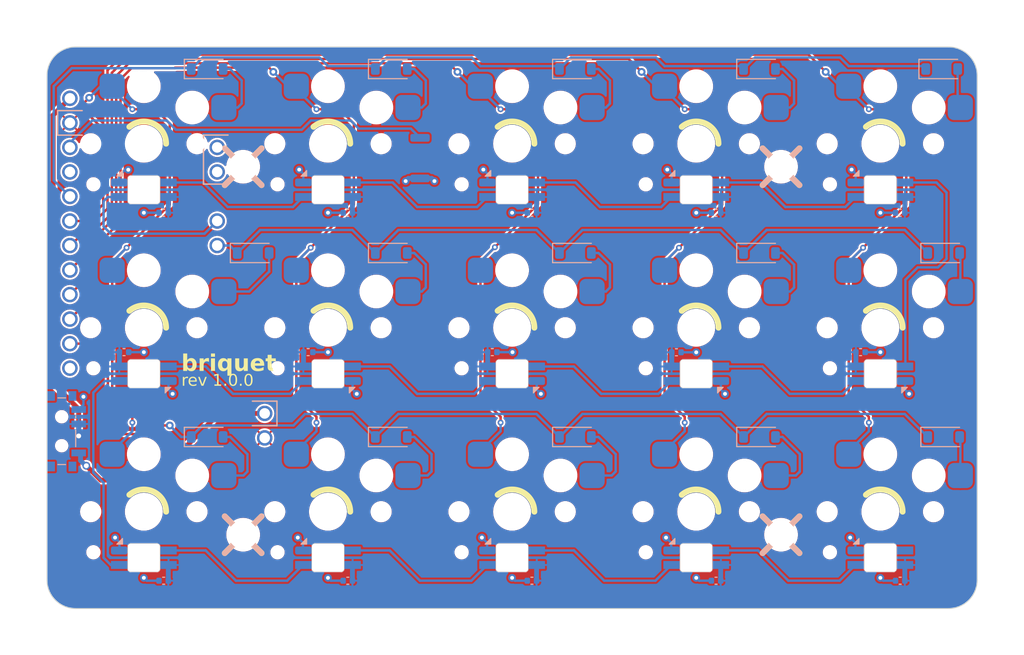
<source format=kicad_pcb>
(kicad_pcb (version 20221018) (generator pcbnew)
  (layers (0 "F.Cu" signal) (31 "B.Cu" signal) (34 "B.Paste" user) (35 "F.Paste" user) (36 "B.SilkS" user "B.Silkscreen") (37 "F.SilkS" user "F.Silkscreen") (38 "B.Mask" user) (39 "F.Mask" user) (44 "Edge.Cuts" user))
  (net 0 "")
  (net 1 "GND")
  (net 2 "+5V")
  (net 3 "Net-(D1-A)")
  (net 4 "COL01")
  (net 5 "Net-(D4-A)")
  (net 6 "COL02")
  (net 7 "Net-(D7-A)")
  (net 8 "COL03")
  (net 9 "Net-(D10-A)")
  (net 10 "COL04")
  (net 11 "Net-(D13-A)")
  (net 12 "COL05")
  (net 13 "Net-(D2-A)")
  (net 14 "Net-(D5-A)")
  (net 15 "Net-(D8-A)")
  (net 16 "Net-(D11-A)")
  (net 17 "Net-(D14-A)")
  (net 18 "Net-(D3-A)")
  (net 19 "Net-(D6-A)")
  (net 20 "Net-(D9-A)")
  (net 21 "Net-(D12-A)")
  (net 22 "Net-(D15-A)")
  (net 23 "ROW01")
  (net 24 "ROW02")
  (net 25 "ROW03")
  (net 26 "Net-(LED1-DOUT)")
  (net 27 "Net-(LED2-DOUT)")
  (net 28 "Net-(LED3-DOUT)")
  (net 29 "Net-(LED4-DOUT)")
  (net 30 "LED_DATA")
  (net 31 "Net-(LED6-DOUT)")
  (net 32 "Net-(LED7-DOUT)")
  (net 33 "Net-(LED8-DOUT)")
  (net 34 "Net-(LED10-DIN)")
  (net 35 "Net-(LED11-DOUT)")
  (net 36 "Net-(LED12-DOUT)")
  (net 37 "Net-(LED13-DOUT)")
  (net 38 "Net-(LED14-DOUT)")
  (net 39 "RST")
  (net 40 "3.3V")
  (net 41 "BAT_IN")
  (net 43 "Net-(LED5-DOUT)")
  (net 44 "Net-(LED10-DOUT)")
  (footprint "Briquet:Mount" (layer "F.Cu") (at 161.175 88.10625)
    (fp_text reference "H4" hide)
    (fp_text value "MountingHole" hide)
  )
  (footprint "Briquet:Mount" (layer "F.Cu") (at 105.525 88.10625)
    (fp_text reference "H3" hide)
    (fp_text value "MountingHole" hide)
  )
  (footprint "Briquet:Mount" (layer "F.Cu") (at 161.175 50.00625)
    (fp_text reference "H2" hide)
    (fp_text value "MountingHole" hide)
  )
  (footprint "Briquet:NiceNanoCustom" (layer "F.Cu") (at 95.22 37.59)
    (fp_text reference "J1" hide)
    (fp_text value "NiceNanoCustom")
  )
  (footprint "Briquet:Mount" (layer "F.Cu") (at 105.525 50.00625)
    (fp_text reference "H1" hide)
    (fp_text value "MountingHole" hide)
  )
  (footprint "Briquet:Led" (layer "B.Cu") (at 152.4 90.487502 180)
    (fp_text reference "LED14" hide)
    (fp_text value "SK6812MINI" hide)
    (fp_line (start -1.675 -1.15) (end -1.675 1.15) (stroke (width 0.05)) (layer "Edge.Cuts"))
    (fp_line (start -1.35 1.475) (end 1.35 1.475) (stroke (width 0.05)) (layer "Edge.Cuts"))
    (fp_line (start 1.35 -1.475) (end -1.35 -1.475) (stroke (width 0.05)) (layer "Edge.Cuts"))
    (fp_line (start 1.675 1.15) (end 1.675 -1.15) (stroke (width 0.05)) (layer "Edge.Cuts"))
    (fp_arc (start -1.675 -1.15) (mid -1.579809 -1.379809) (end -1.35 -1.475) (stroke (width 0.05)) (layer "Edge.Cuts"))
    (fp_arc (start -1.35 1.475) (mid -1.579809 1.379809) (end -1.675 1.15) (stroke (width 0.05)) (layer "Edge.Cuts"))
    (fp_arc (start 1.35 -1.475) (mid 1.57981 -1.37981) (end 1.675 -1.15) (stroke (width 0.05)) (layer "Edge.Cuts"))
    (fp_arc (start 1.675 1.15) (mid 1.57981 1.37981) (end 1.35 1.475) (stroke (width 0.05)) (layer "Edge.Cuts"))
  )
  (footprint "Briquet:ChocHotSwap" (layer "B.Cu") (at 95.249999 85.725001)
    (fp_text reference "CHOC11" hide)
    (fp_text value "CHOC" hide)
  )
  (footprint "Briquet:Led" (layer "B.Cu") (at 171.45 52.3875 180)
    (fp_text reference "LED5" hide)
    (fp_text value "SK6812MINI" hide)
    (fp_line (start -1.675 -1.15) (end -1.675 1.15) (stroke (width 0.05)) (layer "Edge.Cuts"))
    (fp_line (start -1.35 1.475) (end 1.35 1.475) (stroke (width 0.05)) (layer "Edge.Cuts"))
    (fp_line (start 1.35 -1.475) (end -1.35 -1.475) (stroke (width 0.05)) (layer "Edge.Cuts"))
    (fp_line (start 1.675 1.15) (end 1.675 -1.15) (stroke (width 0.05)) (layer "Edge.Cuts"))
    (fp_arc (start -1.675 -1.15) (mid -1.579809 -1.379809) (end -1.35 -1.475) (stroke (width 0.05)) (layer "Edge.Cuts"))
    (fp_arc (start -1.35 1.475) (mid -1.579809 1.379809) (end -1.675 1.15) (stroke (width 0.05)) (layer "Edge.Cuts"))
    (fp_arc (start 1.35 -1.475) (mid 1.57981 -1.37981) (end 1.675 -1.15) (stroke (width 0.05)) (layer "Edge.Cuts"))
    (fp_arc (start 1.675 1.15) (mid 1.57981 1.37981) (end 1.35 1.475) (stroke (width 0.05)) (layer "Edge.Cuts"))
  )
  (footprint "Diode_SMD:D_SOD-123" (layer "B.Cu") (at 120.849372 77.986396)
    (fp_text reference "D6" hide)
    (fp_text value "D_Small")
  )
  (footprint "Capacitor_SMD:C_0402_1005Metric" (layer "B.Cu") (at 112.250579 69.205485 180)
    (fp_text reference "C7" hide)
    (fp_text value "0.1u")
  )
  (footprint "Briquet:ChocHotSwap" (layer "B.Cu") (at 133.35 85.725002)
    (fp_text reference "CHOC13" hide)
    (fp_text value "CHOC" hide)
  )
  (footprint "Briquet:Led" (layer "B.Cu") (at 171.45 90.487502 180)
    (fp_text reference "LED15" hide)
    (fp_text value "SK6812MINI" hide)
    (fp_line (start -1.675 -1.15) (end -1.675 1.15) (stroke (width 0.05)) (layer "Edge.Cuts"))
    (fp_line (start -1.35 1.475) (end 1.35 1.475) (stroke (width 0.05)) (layer "Edge.Cuts"))
    (fp_line (start 1.35 -1.475) (end -1.35 -1.475) (stroke (width 0.05)) (layer "Edge.Cuts"))
    (fp_line (start 1.675 1.15) (end 1.675 -1.15) (stroke (width 0.05)) (layer "Edge.Cuts"))
    (fp_arc (start -1.675 -1.15) (mid -1.579809 -1.379809) (end -1.35 -1.475) (stroke (width 0.05)) (layer "Edge.Cuts"))
    (fp_arc (start -1.35 1.475) (mid -1.579809 1.379809) (end -1.675 1.15) (stroke (width 0.05)) (layer "Edge.Cuts"))
    (fp_arc (start 1.35 -1.475) (mid 1.57981 -1.37981) (end 1.675 -1.15) (stroke (width 0.05)) (layer "Edge.Cuts"))
    (fp_arc (start 1.675 1.15) (mid 1.57981 1.37981) (end 1.35 1.475) (stroke (width 0.05)) (layer "Edge.Cuts"))
  )
  (footprint "Capacitor_SMD:C_0402_1005Metric" (layer "B.Cu") (at 97.300653 54.769072)
    (fp_text reference "C1" hide)
    (fp_text value "0.1u" hide)
  )
  (footprint "Diode_SMD:D_SOD-123" (layer "B.Cu") (at 177.8 39.886172)
    (fp_text reference "D13" hide)
    (fp_text value "D_Small")
  )
  (footprint "Briquet:ChocHotSwap" (layer "B.Cu") (at 133.35 66.675002)
    (fp_text reference "CHOC8" hide)
    (fp_text value "CHOC" hide)
  )
  (footprint "Briquet:Led" (layer "B.Cu") (at 95.25 52.3875 180)
    (fp_text reference "LED1" hide)
    (fp_text value "SK6812MINI" hide)
    (fp_line (start -1.675 -1.15) (end -1.675 1.15) (stroke (width 0.05)) (layer "Edge.Cuts"))
    (fp_line (start -1.35 1.475) (end 1.35 1.475) (stroke (width 0.05)) (layer "Edge.Cuts"))
    (fp_line (start 1.35 -1.475) (end -1.35 -1.475) (stroke (width 0.05)) (layer "Edge.Cuts"))
    (fp_line (start 1.675 1.15) (end 1.675 -1.15) (stroke (width 0.05)) (layer "Edge.Cuts"))
    (fp_arc (start -1.675 -1.15) (mid -1.579809 -1.379809) (end -1.35 -1.475) (stroke (width 0.05)) (layer "Edge.Cuts"))
    (fp_arc (start -1.35 1.475) (mid -1.579809 1.379809) (end -1.675 1.15) (stroke (width 0.05)) (layer "Edge.Cuts"))
    (fp_arc (start 1.35 -1.475) (mid 1.57981 -1.37981) (end 1.675 -1.15) (stroke (width 0.05)) (layer "Edge.Cuts"))
    (fp_arc (start 1.675 1.15) (mid 1.57981 1.37981) (end 1.35 1.475) (stroke (width 0.05)) (layer "Edge.Cuts"))
  )
  (footprint "Briquet:Led" (layer "B.Cu") (at 95.25056 90.488032 180)
    (fp_text reference "LED11" hide)
    (fp_text value "SK6812MINI" hide)
    (fp_line (start -1.675 -1.15) (end -1.675 1.15) (stroke (width 0.05)) (layer "Edge.Cuts"))
    (fp_line (start -1.35 1.475) (end 1.35 1.475) (stroke (width 0.05)) (layer "Edge.Cuts"))
    (fp_line (start 1.35 -1.475) (end -1.35 -1.475) (stroke (width 0.05)) (layer "Edge.Cuts"))
    (fp_line (start 1.675 1.15) (end 1.675 -1.15) (stroke (width 0.05)) (layer "Edge.Cuts"))
    (fp_arc (start -1.675 -1.15) (mid -1.579809 -1.379809) (end -1.35 -1.475) (stroke (width 0.05)) (layer "Edge.Cuts"))
    (fp_arc (start -1.35 1.475) (mid -1.579809 1.379809) (end -1.675 1.15) (stroke (width 0.05)) (layer "Edge.Cuts"))
    (fp_arc (start 1.35 -1.475) (mid 1.57981 -1.37981) (end 1.675 -1.15) (stroke (width 0.05)) (layer "Edge.Cuts"))
    (fp_arc (start 1.675 1.15) (mid 1.57981 1.37981) (end 1.35 1.475) (stroke (width 0.05)) (layer "Edge.Cuts"))
  )
  (footprint "Capacitor_SMD:C_0402_1005Metric" (layer "B.Cu") (at 116.350765 92.869296)
    (fp_text reference "C12" hide)
    (fp_text value "0.1u")
  )
  (footprint "Diode_SMD:D_SOD-123" (layer "B.Cu") (at 106.561564 58.936284)
    (fp_text reference "D2" hide)
    (fp_text value "D_Small")
  )
  (footprint "Briquet:Led" (layer "B.Cu") (at 152.4 71.437502)
    (fp_text reference "LED7" hide)
    (fp_text value "SK6812MINI" hide)
    (fp_line (start -1.675 -1.15) (end -1.675 1.15) (stroke (width 0.05)) (layer "Edge.Cuts"))
    (fp_line (start -1.35 1.475) (end 1.35 1.475) (stroke (width 0.05)) (layer "Edge.Cuts"))
    (fp_line (start 1.35 -1.475) (end -1.35 -1.475) (stroke (width 0.05)) (layer "Edge.Cuts"))
    (fp_line (start 1.675 1.15) (end 1.675 -1.15) (stroke (width 0.05)) (layer "Edge.Cuts"))
    (fp_arc (start -1.675 -1.15) (mid -1.579809 -1.379809) (end -1.35 -1.475) (stroke (width 0.05)) (layer "Edge.Cuts"))
    (fp_arc (start -1.35 1.475) (mid -1.579809 1.379809) (end -1.675 1.15) (stroke (width 0.05)) (layer "Edge.Cuts"))
    (fp_arc (start 1.35 -1.475) (mid 1.57981 -1.37981) (end 1.675 -1.15) (stroke (width 0.05)) (layer "Edge.Cuts"))
    (fp_arc (start 1.675 1.15) (mid 1.57981 1.37981) (end 1.35 1.475) (stroke (width 0.05)) (layer "Edge.Cuts"))
  )
  (footprint "Button_Switch_SMD:SW_Push_SPST_NO_Alps_SKRK" (layer "B.Cu") (at 123.825728 49.11357 -90)
    (fp_text reference "RST1" hide)
    (fp_text value "Reset Button" hide)
  )
  (footprint "Diode_SMD:D_SOD-123" (layer "B.Cu") (at 158.949372 58.936284)
    (fp_text reference "D11" hide)
    (fp_text value "D_Small")
  )
  (footprint "Briquet:ChocHotSwap" (layer "B.Cu") (at 95.249999 47.624999)
    (fp_text reference "CHOC1" hide)
    (fp_text value "CHOC" hide)
  )
  (footprint "Diode_SMD:D_SOD-123" (layer "B.Cu") (at 120.849148 58.936284)
    (fp_text reference "D5" hide)
    (fp_text value "D_Small")
  )
  (footprint "Capacitor_SMD:C_0402_1005Metric" (layer "B.Cu") (at 97.300093 92.868766)
    (fp_text reference "C11" hide)
    (fp_text value "0.1u")
  )
  (footprint "Capacitor_SMD:C_0402_1005Metric" (layer "B.Cu") (at 154.450989 54.769072)
    (fp_text reference "C4" hide)
    (fp_text value "0.1u")
  )
  (footprint "Diode_SMD:D_SOD-123" (layer "B.Cu") (at 139.899372 39.886172)
    (fp_text reference "D7" hide)
    (fp_text value "D_Small")
  )
  (footprint "Briquet:Led" (layer "B.Cu") (at 171.45 71.437502)
    (fp_text reference "LED6" hide)
    (fp_text value "SK6812MINI" hide)
    (fp_line (start -1.675 -1.15) (end -1.675 1.15) (stroke (width 0.05)) (layer "Edge.Cuts"))
    (fp_line (start -1.35 1.475) (end 1.35 1.475) (stroke (width 0.05)) (layer "Edge.Cuts"))
    (fp_line (start 1.35 -1.475) (end -1.35 -1.475) (stroke (width 0.05)) (layer "Edge.Cuts"))
    (fp_line (start 1.675 1.15) (end 1.675 -1.15) (stroke (width 0.05)) (layer "Edge.Cuts"))
    (fp_arc (start -1.675 -1.15) (mid -1.579809 -1.379809) (end -1.35 -1.475) (stroke (width 0.05)) (layer "Edge.Cuts"))
    (fp_arc (start -1.35 1.475) (mid -1.579809 1.379809) (end -1.675 1.15) (stroke (width 0.05)) (layer "Edge.Cuts"))
    (fp_arc (start 1.35 -1.475) (mid 1.57981 -1.37981) (end 1.675 -1.15) (stroke (width 0.05)) (layer "Edge.Cuts"))
    (fp_arc (start 1.675 1.15) (mid 1.57981 1.37981) (end 1.35 1.475) (stroke (width 0.05)) (layer "Edge.Cuts"))
  )
  (footprint "Briquet:ChocHotSwap" (layer "B.Cu") (at 152.399999 66.675001)
    (fp_text reference "CHOC9" hide)
    (fp_text value "CHOC" hide)
  )
  (footprint "Briquet:BatConnection" (layer "B.Cu") (at 107.752196 75.5475)
    (fp_text reference "J2" hide)
    (fp_text value "Conn_01x02")
  )
  (footprint "Briquet:ChocHotSwap" (layer "B.Cu") (at 171.45 47.625)
    (fp_text reference "CHOC5" hide)
    (fp_text value "CHOC" hide)
  )
  (footprint "Diode_SMD:D_SOD-123" (layer "B.Cu") (at 101.799372 77.986396)
    (fp_text reference "D3" hide)
    (fp_text value "D_Small")
  )
  (footprint "Briquet:Led" (layer "B.Cu") (at 95.25 71.437502)
    (fp_text reference "LED10" hide)
    (fp_text value "SK6812MINI" hide)
    (fp_line (start -1.675 -1.15) (end -1.675 1.15) (stroke (width 0.05)) (layer "Edge.Cuts"))
    (fp_line (start -1.35 1.475) (end 1.35 1.475) (stroke (width 0.05)) (layer "Edge.Cuts"))
    (fp_line (start 1.35 -1.475) (end -1.35 -1.475) (stroke (width 0.05)) (layer "Edge.Cuts"))
    (fp_line (start 1.675 1.15) (end 1.675 -1.15) (stroke (width 0.05)) (layer "Edge.Cuts"))
    (fp_arc (start -1.675 -1.15) (mid -1.579809 -1.379809) (end -1.35 -1.475) (stroke (width 0.05)) (layer "Edge.Cuts"))
    (fp_arc (start -1.35 1.475) (mid -1.579809 1.379809) (end -1.675 1.15) (stroke (width 0.05)) (layer "Edge.Cuts"))
    (fp_arc (start 1.35 -1.475) (mid 1.57981 -1.37981) (end 1.675 -1.15) (stroke (width 0.05)) (layer "Edge.Cuts"))
    (fp_arc (start 1.675 1.15) (mid 1.57981 1.37981) (end 1.35 1.475) (stroke (width 0.05)) (layer "Edge.Cuts"))
  )
  (footprint "Capacitor_SMD:C_0402_1005Metric" (layer "B.Cu") (at 135.400877 54.769072)
    (fp_text reference "C3" hide)
    (fp_text value "0.1u")
  )
  (footprint "Briquet:ChocHotSwap" (layer "B.Cu") (at 133.349999 47.624999)
    (fp_text reference "CHOC3" hide)
    (fp_text value "CHOC" hide)
  )
  (footprint "Briquet:Led" (layer "B.Cu") (at 152.4 52.3875 180)
    (fp_text reference "LED4" hide)
    (fp_text value "SK6812MINI" hide)
    (fp_line (start -1.675 -1.15) (end -1.675 1.15) (stroke (width 0.05)) (layer "Edge.Cuts"))
    (fp_line (start -1.35 1.475) (end 1.35 1.475) (stroke (width 0.05)) (layer "Edge.Cuts"))
    (fp_line (start 1.35 -1.475) (end -1.35 -1.475) (stroke (width 0.05)) (layer "Edge.Cuts"))
    (fp_line (start 1.675 1.15) (end 1.675 -1.15) (stroke (width 0.05)) (layer "Edge.Cuts"))
    (fp_arc (start -1.675 -1.15) (mid -1.579809 -1.379809) (end -1.35 -1.475) (stroke (width 0.05)) (layer "Edge.Cuts"))
    (fp_arc (start -1.35 1.475) (mid -1.579809 1.379809) (end -1.675 1.15) (stroke (width 0.05)) (layer "Edge.Cuts"))
    (fp_arc (start 1.35 -1.475) (mid 1.57981 -1.37981) (end 1.675 -1.15) (stroke (width 0.05)) (layer "Edge.Cuts"))
    (fp_arc (start 1.675 1.15) (mid 1.57981 1.37981) (end 1.35 1.475) (stroke (width 0.05)) (layer "Edge.Cuts"))
  )
  (footprint "Briquet:Led" (layer "B.Cu") (at 133.35 71.437502)
    (fp_text reference "LED8" hide)
    (fp_text value "SK6812MINI" hide)
    (fp_line (start -1.675 -1.15) (end -1.675 1.15) (stroke (width 0.05)) (layer "Edge.Cuts"))
    (fp_line (start -1.35 1.475) (end 1.35 1.475) (stroke (width 0.05)) (layer "Edge.Cuts"))
    (fp_line (start 1.35 -1.475) (end -1.35 -1.475) (stroke (width 0.05)) (layer "Edge.Cuts"))
    (fp_line (start 1.675 1.15) (end 1.675 -1.15) (stroke (width 0.05)) (layer "Edge.Cuts"))
    (fp_arc (start -1.675 -1.15) (mid -1.579809 -1.379809) (end -1.35 -1.475) (stroke (width 0.05)) (layer "Edge.Cuts"))
    (fp_arc (start -1.35 1.475) (mid -1.579809 1.379809) (end -1.675 1.15) (stroke (width 0.05)) (layer "Edge.Cuts"))
    (fp_arc (start 1.35 -1.475) (mid 1.57981 -1.37981) (end 1.675 -1.15) (stroke (width 0.05)) (layer "Edge.Cuts"))
    (fp_arc (start 1.675 1.15) (mid 1.57981 1.37981) (end 1.35 1.475) (stroke (width 0.05)) (layer "Edge.Cuts"))
  )
  (footprint "Briquet:Led" (layer "B.Cu") (at 133.35 52.3875 180)
    (fp_text reference "LED3" hide)
    (fp_text value "SK6812MINI" hide)
    (fp_line (start -1.675 -1.15) (end -1.675 1.15) (stroke (width 0.05)) (layer "Edge.Cuts"))
    (fp_line (start -1.35 1.475) (end 1.35 1.475) (stroke (width 0.05)) (layer "Edge.Cuts"))
    (fp_line (start 1.35 -1.475) (end -1.35 -1.475) (stroke (width 0.05)) (layer "Edge.Cuts"))
    (fp_line (start 1.675 1.15) (end 1.675 -1.15) (stroke (width 0.05)) (layer "Edge.Cuts"))
    (fp_arc (start -1.675 -1.15) (mid -1.579809 -1.379809) (end -1.35 -1.475) (stroke (width 0.05)) (layer "Edge.Cuts"))
    (fp_arc (start -1.35 1.475) (mid -1.579809 1.379809) (end -1.675 1.15) (stroke (width 0.05)) (layer "Edge.Cuts"))
    (fp_arc (start 1.35 -1.475) (mid 1.57981 -1.37981) (end 1.675 -1.15) (stroke (width 0.05)) (layer "Edge.Cuts"))
    (fp_arc (start 1.675 1.15) (mid 1.57981 1.37981) (end 1.35 1.475) (stroke (width 0.05)) (layer "Edge.Cuts"))
  )
  (footprint "Briquet:ChocHotSwap" (layer "B.Cu") (at 171.449999 66.675001)
    (fp_text reference "CHOC10" hide)
    (fp_text value "CHOC" hide)
  )
  (footprint "Briquet:Led" (layer "B.Cu") (at 114.300672 90.488032 180)
    (fp_text reference "LED12" hide)
    (fp_text value "SK6812MINI" hide)
    (fp_line (start -1.675 -1.15) (end -1.675 1.15) (stroke (width 0.05)) (layer "Edge.Cuts"))
    (fp_line (start -1.35 1.475) (end 1.35 1.475) (stroke (width 0.05)) (layer "Edge.Cuts"))
    (fp_line (start 1.35 -1.475) (end -1.35 -1.475) (stroke (width 0.05)) (layer "Edge.Cuts"))
    (fp_line (start 1.675 1.15) (end 1.675 -1.15) (stroke (width 0.05)) (layer "Edge.Cuts"))
    (fp_arc (start -1.675 -1.15) (mid -1.579809 -1.379809) (end -1.35 -1.475) (stroke (width 0.05)) (layer "Edge.Cuts"))
    (fp_arc (start -1.35 1.475) (mid -1.579809 1.379809) (end -1.675 1.15) (stroke (width 0.05)) (layer "Edge.Cuts"))
    (fp_arc (start 1.35 -1.475) (mid 1.57981 -1.37981) (end 1.675 -1.15) (stroke (width 0.05)) (layer "Edge.Cuts"))
    (fp_arc (start 1.675 1.15) (mid 1.57981 1.37981) (end 1.35 1.475) (stroke (width 0.05)) (layer "Edge.Cuts"))
  )
  (footprint "Briquet:Led" (layer "B.Cu") (at 114.3 52.3875 180)
    (fp_text reference "LED2" hide)
    (fp_text value "SK6812MINI" hide)
    (fp_line (start -1.675 -1.15) (end -1.675 1.15) (stroke (width 0.05)) (layer "Edge.Cuts"))
    (fp_line (start -1.35 1.475) (end 1.35 1.475) (stroke (width 0.05)) (layer "Edge.Cuts"))
    (fp_line (start 1.35 -1.475) (end -1.35 -1.475) (stroke (width 0.05)) (layer "Edge.Cuts"))
    (fp_line (start 1.675 1.15) (end 1.675 -1.15) (stroke (width 0.05)) (layer "Edge.Cuts"))
    (fp_arc (start -1.675 -1.15) (mid -1.579809 -1.379809) (end -1.35 -1.475) (stroke (width 0.05)) (layer "Edge.Cuts"))
    (fp_arc (start -1.35 1.475) (mid -1.579809 1.379809) (end -1.675 1.15) (stroke (width 0.05)) (layer "Edge.Cuts"))
    (fp_arc (start 1.35 -1.475) (mid 1.57981 -1.37981) (end 1.675 -1.15) (stroke (width 0.05)) (layer "Edge.Cuts"))
    (fp_arc (start 1.675 1.15) (mid 1.57981 1.37981) (end 1.35 1.475) (stroke (width 0.05)) (layer "Edge.Cuts"))
  )
  (footprint "Diode_SMD:D_SOD-123" (layer "B.Cu") (at 139.899372 77.986396)
    (fp_text reference "D9" hide)
    (fp_text value "D_Small")
  )
  (footprint "Capacitor_SMD:C_0402_1005Metric" (layer "B.Cu") (at 116.350765 54.769072)
    (fp_text reference "C2" hide)
    (fp_text value "0.1u" hide)
  )
  (footprint "Briquet:ChocHotSwap" (layer "B.Cu") (at 114.299999 47.624999)
    (fp_text reference "CHOC2" hide)
    (fp_text value "CHOC" hide)
  )
  (footprint "Diode_SMD:D_SOD-123" (layer "B.Cu") (at 177.999484 77.986396)
    (fp_text reference "D15" hide)
    (fp_text value "D_Small")
  )
  (footprint "Capacitor_SMD:C_0402_1005Metric" (layer "B.Cu") (at 131.300691 69.205485 180)
    (fp_text reference "C8" hide)
    (fp_text value "0.1u")
  )
  (footprint "Briquet:ChocHotSwap" (layer "B.Cu") (at 171.449999 85.725001)
    (fp_text reference "CHOC15" hide)
    (fp_text value "CHOC" hide)
  )
  (footprint "Capacitor_SMD:C_0402_1005Metric" (layer "B.Cu") (at 154.450989 92.869296)
    (fp_text reference "C14" hide)
    (fp_text value "0.1u")
  )
  (footprint "Briquet:ChocHotSwap" (layer "B.Cu") (at 152.399999 47.624999)
    (fp_text reference "CHOC4" hide)
    (fp_text value "CHOC" hide)
  )
  (footprint "Briquet:PCM12_dip_switch" (layer "B.Cu") (at 85.35 77.49108 90)
    (fp_text reference "SW13" hide)
    (fp_text value "SW_DPDT_x2")
  )
  (footprint "Capacitor_SMD:C_0402_1005Metric" (layer "B.Cu") (at 150.350803 69.219079 180)
    (fp_text reference "C9" hide)
    (fp_text value "0.1u")
  )
  (footprint "Diode_SMD:D_SOD-123" (layer "B.Cu") (at 158.949372 39.886172)
    (fp_text reference "D10" hide)
    (fp_text value "D_Small")
  )
  (footprint "Briquet:ChocHotSwap" (layer "B.Cu") (at 114.299999 66.675001)
    (fp_text reference "CHOC7" hide)
    (fp_text value "CHOC" hide)
  )
  (footprint "Briquet:Led" (layer "B.Cu") (at 114.3 71.437502)
    (fp_text reference "LED9" hide)
    (fp_text value "SK6812MINI" hide)
    (fp_line (start -1.675 -1.15) (end -1.675 1.15) (stroke (width 0.05)) (layer "Edge.Cuts"))
    (fp_line (start -1.35 1.475) (end 1.35 1.475) (stroke (width 0.05)) (layer "Edge.Cuts"))
    (fp_line (start 1.35 -1.475) (end -1.35 -1.475) (stroke (width 0.05)) (layer "Edge.Cuts"))
    (fp_line (start 1.675 1.15) (end 1.675 -1.15) (stroke (width 0.05)) (layer "Edge.Cuts"))
    (fp_arc (start -1.675 -1.15) (mid -1.579809 -1.379809) (end -1.35 -1.475) (stroke (width 0.05)) (layer "Edge.Cuts"))
    (fp_arc (start -1.35 1.475) (mid -1.579809 1.379809) (end -1.675 1.15) (stroke (width 0.05)) (layer "Edge.Cuts"))
    (fp_arc (start 1.35 -1.475) (mid 1.57981 -1.37981) (end 1.675 -1.15) (stroke (width 0.05)) (layer "Edge.Cuts"))
    (fp_arc (start 1.675 1.15) (mid 1.57981 1.37981) (end 1.35 1.475) (stroke (width 0.05)) (layer "Edge.Cuts"))
  )
  (footprint "Capacitor_SMD:C_0402_1005Metric" (layer "B.Cu") (at 173.501101 92.869296)
    (fp_text reference "C15" hide)
    (fp_text value "0.1u")
  )
  (footprint "Briquet:Led" (layer "B.Cu") (at 133.35 90.487502 180)
    (fp_text reference "LED13" hide)
    (fp_text value "SK6812MINI" hide)
    (fp_line (start -1.675 -1.15) (end -1.675 1.15) (stroke (width 0.05)) (layer "Edge.Cuts"))
    (fp_line (start -1.35 1.475) (end 1.35 1.475) (stroke (width 0.05)) (layer "Edge.Cuts"))
    (fp_line (start 1.35 -1.475) (end -1.35 -1.475) (stroke (width 0.05)) (layer "Edge.Cuts"))
    (fp_line (start 1.675 1.15) (end 1.675 -1.15) (stroke (width 0.05)) (layer "Edge.Cuts"))
    (fp_arc (start -1.675 -1.15) (mid -1.579809 -1.379809) (end -1.35 -1.475) (stroke (width 0.05)) (layer "Edge.Cuts"))
    (fp_arc (start -1.35 1.475) (mid -1.579809 1.379809) (end -1.675 1.15) (stroke (width 0.05)) (layer "Edge.Cuts"))
    (fp_arc (start 1.35 -1.475) (mid 1.57981 -1.37981) (end 1.675 -1.15) (stroke (width 0.05)) (layer "Edge.Cuts"))
    (fp_arc (start 1.675 1.15) (mid 1.57981 1.37981) (end 1.35 1.475) (stroke (width 0.05)) (layer "Edge.Cuts"))
  )
  (footprint "Capacitor_SMD:C_0402_1005Metric" (layer "B.Cu") (at 169.400915 69.205485 180)
    (fp_text reference "C10" hide)
    (fp_text value "0.1u")
  )
  (footprint "Capacitor_SMD:C_0402_1005Metric" (layer "B.Cu") (at 173.501101 54.769072)
    (fp_text reference "C5" hide)
    (fp_text value "0.1u")
  )
  (footprint "Diode_SMD:D_SOD-123" (layer "B.Cu") (at 158.949372 77.986396)
    (fp_text reference "D12" hide)
    (fp_text value "D_Small")
  )
  (footprint "Briquet:ChocHotSwap" (layer "B.Cu") (at 95.249999 66.675001)
    (fp_text reference "CHOC6" hide)
    (fp_text value "CHOC" hide)
  )
  (footprint "Briquet:ChocHotSwap" (layer "B.Cu") (at 152.4 85.725002)
    (fp_text reference "CHOC14" hide)
    (fp_text value "CHOC" hide)
  )
  (footprint "Capacitor_SMD:C_0402_1005Metric" (layer "B.Cu") (at 135.400877 92.869296)
    (fp_text reference "C13" hide)
    (fp_text value "0.1u")
  )
  (footprint "Diode_SMD:D_SOD-123" (layer "B.Cu") (at 120.849372 39.886172)
    (fp_text reference "D4" hide)
    (fp_text value "D_Small")
  )
  (footprint "Diode_SMD:D_SOD-123" (layer "B.Cu") (at 139.89926 58.936284)
    (fp_text reference "D8" hide)
    (fp_text value "D_Small")
  )
  (footprint "Diode_SMD:D_SOD-123" (layer "B.Cu") (at 101.799372 39.886172)
    (fp_text reference "D1" hide)
    (fp_text value "D_Small")
  )
  (footprint "Capacitor_SMD:C_0402_1005Metric" (layer "B.Cu") (at 93.200467 69.205485 180)
    (fp_text reference "C6" hide)
    (fp_text value "0.1u")
  )
  (footprint "Briquet:ChocHotSwap" (layer "B.Cu") (at 114.299999 85.725001)
    (fp_text reference "CHOC12" hide)
    (fp_text value "CHOC" hide)
  )
  (footprint "Diode_SMD:D_SOD-123" (layer "B.Cu") (at 177.999484 58.936284)
    (fp_text reference "D14" hide)
    (fp_text value "D_Small")
  )
  (gr_line (start 181.475 40.575) (end 181.475 92.775) (stroke (width 0.1)) (layer "Edge.Cuts"))
  (gr_line (start 85.225 40.575) (end 85.225 92.775) (stroke (width 0.1)) (layer "Edge.Cuts"))
  (gr_line (start 88.2 95.75) (end 178.5 95.75) (stroke (width 0.1)) (layer "Edge.Cuts"))
  (gr_arc (start 178.5 37.6) (mid 180.603643 38.471357) (end 181.475 40.575) (stroke (width 0.1)) (layer "Edge.Cuts"))
  (gr_line (start 88.2 37.6) (end 178.5 37.6) (stroke (width 0.1)) (layer "Edge.Cuts"))
  (gr_arc (start 181.475 92.775) (mid 180.603643 94.878643) (end 178.5 95.75) (stroke (width 0.1)) (layer "Edge.Cuts"))
  (gr_arc (start 85.225 40.575) (mid 86.096357 38.471357) (end 88.2 37.6) (stroke (width 0.1)) (layer "Edge.Cuts"))
  (gr_arc (start 88.2 95.75) (mid 86.096357 94.878643) (end 85.225 92.775) (stroke (width 0.1)) (layer "Edge.Cuts"))
  (gr_text "rev 1.0.0" (at 99.130114 72.88792) (layer "F.SilkS") (effects (font (size 1.2 1.2)) (justify left bottom)))
  (gr_text "briquet" (at 99.120114 71.43792) (layer "F.SilkS") (effects (font (size 1.7 1.7) (thickness 0.3) bold) (justify left bottom)))
  (segment (start 87.6 45.425) (end 87.75 45.275) (width 0.5) (layer "F.Cu") (net 1))
  (segment (start 87.6 45.464) (end 87.6 45.425) (width 0.5) (layer "F.Cu") (net 1))
  (via (at 95.25056 69.205485) (size 0.8) (drill 0.4) (layers "F.Cu" "B.Cu") (net 1))
  (via (at 114.300672 69.205485) (size 0.8) (drill 0.4) (layers "F.Cu" "B.Cu") (net 1))
  (via (at 98.22714 73.521526) (size 0.8) (drill 0.4) (layers "F.Cu" "B.Cu") (net 1))
  (via (at 95.25 92.571108) (size 0.8) (drill 0.4) (layers "F.Cu" "B.Cu") (net 1))
  (via (at 152.400896 69.219079) (size 0.8) (drill 0.4) (layers "F.Cu" "B.Cu") (net 1))
  (via (at 93.64 50.32) (size 0.8) (drill 0.4) (layers "F.Cu" "B.Cu") (net 1))
  (via (at 133.350784 54.769072) (size 0.8) (drill 0.4) (layers "F.Cu" "B.Cu") (net 1))
  (via (at 171.451008 69.205485) (size 0.8) (drill 0.4) (layers "F.Cu" "B.Cu") (net 1))
  (via (at 168.474428 50.304202) (size 0.8) (drill 0.4) (layers "F.Cu" "B.Cu") (net 1))
  (via (at 133.350784 92.571638) (size 0.8) (drill 0.4) (layers "F.Cu" "B.Cu") (net 1))
  (via (at 125.314018 51.494834) (size 0.8) (drill 0.4) (layers "F.Cu" "B.Cu") (net 1))
  (via (at 111.175263 88.404426) (size 0.8) (drill 0.4) (layers "F.Cu" "B.Cu") (net 1))
  (via (at 174.427588 73.521526) (size 0.8) (drill 0.4) (layers "F.Cu" "B.Cu") (net 1))
  (via (at 152.400896 54.769072) (size 0.8) (drill 0.4) (layers "F.Cu" "B.Cu") (net 1))
  (via (at 171.451008 92.571638) (size 0.8) (drill 0.4) (layers "F.Cu" "B.Cu") (net 1))
  (via (at 122.337438 51.494834) (size 0.8) (drill 0.4) (layers "F.Cu" "B.Cu") (net 1))
  (via (at 149.275487 88.404426) (size 0.8) (drill 0.4) (layers "F.Cu" "B.Cu") (net 1))
  (via (at 171.451008 54.769072) (size 0.8) (drill 0.4) (layers "F.Cu" "B.Cu") (net 1))
  (via (at 168.325599 88.404426) (size 0.8) (drill 0.4) (layers "F.Cu" "B.Cu") (net 1))
  (via (at 130.374204 50.304202) (size 0.8) (drill 0.4) (layers "F.Cu" "B.Cu") (net 1))
  (via (at 152.400896 92.571638) (size 0.8) (drill 0.4) (layers "F.Cu" "B.Cu") (net 1))
  (via (at 111.324092 50.304202) (size 0.8) (drill 0.4) (layers "F.Cu" "B.Cu") (net 1))
  (via (at 136.327364 73.521526) (size 0.8) (drill 0.4) (layers "F.Cu" "B.Cu") (net 1))
  (via (at 155.377476 73.521526) (size 0.8) (drill 0.4) (layers "F.Cu" "B.Cu") (net 1))
  (via (at 95.25056 54.769072) (size 0.8) (drill 0.4) (layers "F.Cu" "B.Cu") (net 1))
  (via (at 149.403513 50.304202) (size 0.8) (drill 0.4) (layers "F.Cu" "B.Cu") (net 1))
  (via (at 88.999742 73.819184) (size 0.8) (drill 0.4) (layers "F.Cu" "B.Cu") (net 1))
  (via (at 130.225375 88.404426) (size 0.8) (drill 0.4) (layers "F.Cu" "B.Cu") (net 1))
  (via (at 114.300672 54.769072) (size 0.8) (drill 0.4) (layers "F.Cu" "B.Cu") (net 1))
  (via (at 117.277252 73.521526) (size 0.8) (drill 0.4) (layers "F.Cu" "B.Cu") (net 1))
  (via (at 114.300672 92.571638) (size 0.8) (drill 0.4) (layers "F.Cu" "B.Cu") (net 1))
  (via (at 133.391685 69.205485) (size 0.8) (drill 0.4) (layers "F.Cu" "B.Cu") (net 1))
  (via (at 92.27398 88.404426) (size 0.8) (drill 0.4) (layers "F.Cu" "B.Cu") (net 1))
  (segment (start 114.59833 92.869296) (end 114.300672 92.571638) (width 0.25) (layer "B.Cu") (net 1))
  (segment (start 95.547658 92.868766) (end 95.25 92.571108) (width 0.25) (layer "B.Cu") (net 1))
  (segment (start 93.299985 50.32) (end 92.7 50.919985) (width 0.25) (layer "B.Cu") (net 1))
  (segment (start 111.75 50.73011) (end 111.75 51.6375) (width 0.25) (layer "B.Cu") (net 1))
  (segment (start 116.849664 72.187502) (end 116.849664 73.093938) (width 0.25) (layer "B.Cu") (net 1))
  (segment (start 115.870765 92.869296) (end 114.59833 92.869296) (width 0.25) (layer "B.Cu") (net 1))
  (segment (start 173.021101 54.769072) (end 171.451008 54.769072) (width 0.25) (layer "B.Cu") (net 1))
  (segment (start 111.324092 50.304202) (end 111.75 50.73011) (width 0.25) (layer "B.Cu") (net 1))
  (segment (start 96.820653 54.769072) (end 95.25056 54.769072) (width 0.25) (layer "B.Cu") (net 1))
  (segment (start 152.698554 92.869296) (end 152.400896 92.571638) (width 0.25) (layer "B.Cu") (net 1))
  (segment (start 112.730579 69.205485) (end 114.300672 69.205485) (width 0.25) (layer "B.Cu") (net 1))
  (segment (start 122.618702 51.21357) (end 122.337438 51.494834) (width 0.5) (layer "B.Cu") (net 1))
  (segment (start 174.014614 72.211888) (end 174.039 72.187502) (width 0.25) (layer "B.Cu") (net 1))
  (segment (start 174 72.187502) (end 174 73.093938) (width 0.25) (layer "B.Cu") (net 1))
  (segment (start 149.811896 88.940835) (end 149.811896 89.738033) (width 0.25) (layer "B.Cu") (net 1))
  (segment (start 92.7 50.919985) (end 92.7 51.6375) (width 0.25) (layer "B.Cu") (net 1))
  (segment (start 116.849664 73.093938) (end 117.277252 73.521526) (width 0.25) (layer "B.Cu") (net 1))
  (segment (start 97.799552 73.093938) (end 98.22714 73.521526) (width 0.25) (layer "B.Cu") (net 1))
  (segment (start 125.314018 51.494834) (end 125.032754 51.21357) (width 0.5) (layer "B.Cu") (net 1))
  (segment (start 92.27398 88.404426) (end 92.720467 88.850913) (width 0.25) (layer "B.Cu") (net 1))
  (segment (start 135.899776 72.187502) (end 135.899776 73.093938) (width 0.25) (layer "B.Cu") (net 1))
  (segment (start 92.720467 88.850913) (end 92.720467 89.718125) (width 0.25) (layer "B.Cu") (net 1))
  (segment (start 133.648442 92.869296) (end 133.350784 92.571638) (width 0.25) (layer "B.Cu") (net 1))
  (segment (start 153.970989 54.769072) (end 152.400896 54.769072) (width 0.25) (layer "B.Cu") (net 1))
  (segment (start 130.374204 50.304202) (end 130.8 50.729998) (width 0.25) (layer "B.Cu") (net 1))
  (segment (start 135.91439 72.212112) (end 135.939 72.187502) (width 0.25) (layer "B.Cu") (net 1))
  (segment (start 149.403513 50.304202) (end 149.85 50.750689) (width 0.25) (layer "B.Cu") (net 1))
  (segment (start 92.720467 89.718125) (end 92.70056 89.738032) (width 0.25) (layer "B.Cu") (net 1))
  (segment (start 150.830803 69.219079) (end 152.400896 69.219079) (width 0.25) (layer "B.Cu") (net 1))
  (segment (start 149.275487 88.404426) (end 149.811896 88.940835) (width 0.25) (layer "B.Cu") (net 1))
  (segment (start 134.920877 92.869296) (end 133.648442 92.869296) (width 0.25) (layer "B.Cu") (net 1))
  (segment (start 173.021101 92.869296) (end 171.748666 92.869296) (width 0.25) (layer "B.Cu") (net 1))
  (segment (start 111.175263 88.404426) (end 111.711672 88.940835) (width 0.25) (layer "B.Cu") (net 1))
  (segment (start 168.9 50.729774) (end 168.9 51.6375) (width 0.25) (layer "B.Cu") (net 1))
  (segment (start 168.325599 88.404426) (end 168.862008 88.940835) (width 0.25) (layer "B.Cu") (net 1))
  (segment (start 169.880915 69.205485) (end 171.451008 69.205485) (width 0.25) (layer "B.Cu") (net 1))
  (segment (start 96.820093 92.868766) (end 95.547658 92.868766) (width 0.25) (layer "B.Cu") (net 1))
  (segment (start 88.51 75.14108) (end 88.999742 74.651338) (width 0.25) (layer "B.Cu") (net 1))
  (segment (start 111.711672 88.940835) (end 111.711672 89.738033) (width 0.25) (layer "B.Cu") (net 1))
  (segment (start 168.862008 88.940835) (end 168.862008 89.738033) (width 0.25) (layer "B.Cu") (net 1))
  (segment (start 131.780691 69.205485) (end 133.391685 69.205485) (width 0.25) (layer "B.Cu") (net 1))
  (segment (start 130.225375 88.404426) (end 130.761784 88.940835) (width 0.25) (layer "B.Cu") (net 1))
  (segment (start 93.680467 69.205485) (end 95.25056 69.205485) (width 0.25) (layer "B.Cu") (net 1))
  (segment (start 171.748666 92.869296) (end 171.451008 92.571638) (width 0.25) (layer "B.Cu") (net 1))
  (segment (start 93.64 50.32) (end 93.299985 50.32) (width 0.25) (layer "B.Cu") (net 1))
  (segment (start 88.999742 74.651338) (end 88.999742 73.819184) (width 0.25) (layer "B.Cu") (net 1))
  (segment (start 168.474428 50.304202) (end 168.9 50.729774) (width 0.25) (layer "B.Cu") (net 1))
  (segment (start 115.870765 54.769072) (end 114.300672 54.769072) (width 0.25) (layer "B.Cu") (net 1))
  (segment (start 154.964502 72.212) (end 154.989 72.187502) (width 0.25) (layer "B.Cu") (net 1))
  (segment (start 97.799552 72.187502) (end 97.799552 73.093938) (width 0.25) (layer "B.Cu") (net 1))
  (segment (start 149.85 50.750689) (end 149.85 51.6375) (width 0.25) (layer "B.Cu") (net 1))
  (segment (start 154.949888 73.093938) (end 155.377476 73.521526) (width 0.25) (layer "B.Cu") (net 1))
  (segment (start 130.8 50.729998) (end 130.8 51.6375) (width 0.25) (layer "B.Cu") (net 1))
  (segment (start 123.825728 51.21357) (end 122.618702 51.21357) (width 0.5) (layer "B.Cu") (net 1))
  (segment (start 92.571638 89.648109) (end 92.66156 89.738031) (width 0.25) (layer "B.Cu") (net 1))
  (segment (start 135.899776 73.093938) (end 136.327364 73.521526) (width 0.25) (layer "B.Cu") (net 1))
  (segment (start 174 73.093938) (end 174.427588 73.521526) (width 0.25) (layer "B.Cu") (net 1))
  (segment (start 153.970989 92.869296) (end 152.698554 92.869296) (width 0.25) (layer "B.Cu") (net 1))
  (segment (start 154.949888 72.187502) (end 154.949888 73.093938) (width 0.25) (layer "B.Cu") (net 1))
  (segment (start 134.920877 54.769072) (end 133.350784 54.769072) (width 0.25) (layer "B.Cu") (net 1))
  (segment (start 130.761784 88.940835) (end 130.761784 89.738033) (width 0.25) (layer "B.Cu") (net 1))
  (segment (start 125.032754 51.21357) (end 123.825728 51.21357) (width 0.5) (layer "B.Cu") (net 1))
  (segment (start 85.87 72.45886) (end 85.87 44.654) (width 0.5) (layer "F.Cu") (net 2))
  (segment (start 88.51 75.09886) (end 85.87 72.45886) (width 0.5) (layer "F.Cu") (net 2))
  (segment (start 85.87 44.654) (end 87.6 42.924) (width 0.5) (layer "F.Cu") (net 2))
  (segment (start 88.51 77.880822) (end 88.51 75.09886) (width 0.5) (layer "F.Cu") (net 2))
  (via (at 88.51 77.880822) (size 0.8) (drill 0.5) (layers "F.Cu" "B.Cu") (net 2))
  (segment (start 135.880877 54.769072) (end 135.880877 53.156623) (width 0.5) (layer "B.Cu") (net 2))
  (segment (start 97.780653 53.156847) (end 97.8 53.1375) (width 0.5) (layer "B.Cu") (net 2))
  (segment (start 135.880877 53.156623) (end 135.9 53.1375) (width 0.5) (layer "B.Cu") (net 2))
  (segment (start 135.880877 91.256625) (end 135.9 91.237502) (width 0.5) (layer "B.Cu") (net 2))
  (segment (start 154.930989 54.769072) (end 154.930989 53.156511) (width 0.5) (layer "B.Cu") (net 2))
  (segment (start 154.930989 91.256513) (end 154.95 91.237502) (width 0.5) (layer "B.Cu") (net 2))
  (segment (start 116.830765 53.156735) (end 116.85 53.1375) (width 0.5) (layer "B.Cu") (net 2))
  (segment (start 92.720467 69.205485) (end 92.720467 70.666587) (width 0.5) (layer "B.Cu") (net 2))
  (segment (start 97.780653 54.769072) (end 97.780653 53.156847) (width 0.5) (layer "B.Cu") (net 2))
  (segment (start 97.780093 91.258499) (end 97.80056 91.238032) (width 0.5) (layer "B.Cu") (net 2))
  (segment (start 111.770579 69.205485) (end 111.770579 70.666587) (width 0.5) (layer "B.Cu") (net 2))
  (segment (start 116.830765 91.257939) (end 116.850672 91.238032) (width 0.5) (layer "B.Cu") (net 2))
  (segment (start 130.820691 69.205485) (end 130.820691 70.625686) (width 0.5) (layer "B.Cu") (net 2))
  (segment (start 149.870803 69.219079) (end 149.870803 70.680181) (width 0.5) (layer "B.Cu") (net 2))
  (segment (start 168.920915 70.666587) (end 168.9 70.687502) (width 0.5) (layer "B.Cu") (net 2))
  (segment (start 88.51 77.880822) (end 88.51 76.64108) (width 0.5) (layer "B.Cu") (net 2))
  (segment (start 154.930989 92.869296) (end 154.930989 91.256513) (width 0.5) (layer "B.Cu") (net 2))
  (segment (start 116.830765 92.869296) (end 116.830765 91.257939) (width 0.5) (layer "B.Cu") (net 2))
  (segment (start 135.880877 92.869296) (end 135.880877 91.256625) (width 0.5) (layer "B.Cu") (net 2))
  (segment (start 116.830765 54.769072) (end 116.830765 53.156735) (width 0.5) (layer "B.Cu") (net 2))
  (segment (start 130.820691 70.625686) (end 130.861592 70.666587) (width 0.5) (layer "B.Cu") (net 2))
  (segment (start 173.981101 92.869296) (end 173.981101 91.256401) (width 0.5) (layer "B.Cu") (net 2))
  (segment (start 173.981101 91.256401) (end 174 91.237502) (width 0.5) (layer "B.Cu") (net 2))
  (segment (start 97.928922 91.327393) (end 97.83956 91.238031) (width 0.25) (layer "B.Cu") (net 2))
  (segment (start 173.981101 54.769072) (end 173.981101 53.156399) (width 0.5) (layer "B.Cu") (net 2))
  (segment (start 97.780093 92.868766) (end 97.780093 91.258499) (width 0.5) (layer "B.Cu") (net 2))
  (segment (start 173.981101 53.156399) (end 174 53.1375) (width 0.5) (layer "B.Cu") (net 2))
  (segment (start 168.920915 69.205485) (end 168.920915 70.666587) (width 0.5) (layer "B.Cu") (net 2))
  (segment (start 154.930989 53.156511) (end 154.95 53.1375) (width 0.5) (layer "B.Cu") (net 2))
  (segment (start 103.449372 39.886172) (end 104.1803 39.886172) (width 0.25) (layer "B.Cu") (net 3))
  (segment (start 105.370932 41.076804) (end 105.370932 43.458068) (width 0.25) (layer "B.Cu") (net 3))
  (segment (start 104.954002 43.874998) (end 103.525 43.874998) (width 0.25) (layer "B.Cu") (net 3))
  (segment (start 105.370932 43.458068) (end 104.954002 43.874998) (width 0.25) (layer "B.Cu") (net 3))
  (segment (start 104.1803 39.886172) (end 105.370932 41.076804) (width 0.25) (layer "B.Cu") (net 3))
  (segment (start 96.441192 44.053384) (end 97.929482 45.541674) (width 0.25) (layer "F.Cu") (net 4))
  (segment (start 94.059928 44.053384) (end 96.441192 44.053384) (width 0.25) (layer "F.Cu") (net 4))
  (segment (start 89.316 55.624) (end 87.6 55.624) (width 0.25) (layer "F.Cu") (net 4))
  (segment (start 91.04 46.13) (end 91.04 53.9) (width 0.25) (layer "F.Cu") (net 4))
  (segment (start 89.595058 42.862752) (end 89.14 43.31781) (width 0.25) (layer "F.Cu") (net 4))
  (segment (start 89.14 44.23) (end 91.04 46.13) (width 0.25) (layer "F.Cu") (net 4))
  (segment (start 91.976322 73.819184) (end 91.976322 59.879592) (width 0.25) (layer "F.Cu") (net 4))
  (segment (start 94.059928 75.90279) (end 91.976322 73.819184) (width 0.25) (layer "F.Cu") (net 4))
  (segment (start 91.04 53.9) (end 89.316 55.624) (width 0.25) (layer "F.Cu") (net 4))
  (segment (start 97.929482 45.541674) (end 97.929482 53.926432) (width 0.25) (layer "F.Cu") (net 4))
  (segment (start 89.14 43.31781) (end 89.14 44.23) (width 0.25) (layer "F.Cu") (net 4))
  (segment (start 91.976322 59.879592) (end 93.465059 58.390855) (width 0.25) (layer "F.Cu") (net 4))
  (segment (start 94.059928 76.498106) (end 94.059928 75.90279) (width 0.25) (layer "F.Cu") (net 4))
  (segment (start 97.929482 53.926432) (end 93.465059 58.390855) (width 0.25) (layer "F.Cu") (net 4))
  (via (at 94.059928 76.498106) (size 0.6) (drill 0.3) (layers "F.Cu" "B.Cu") (net 4))
  (via (at 89.595058 42.862752) (size 0.8) (drill 0.4) (layers "F.Cu" "B.Cu") (net 4))
  (via (at 93.465059 58.390855) (size 0.6) (drill 0.3) (layers "F.Cu" "B.Cu") (net 4))
  (via (at 94.059928 44.053384) (size 0.6) (drill 0.3) (layers "F.Cu" "B.Cu") (net 4))
  (segment (start 94.059928 44.053384) (end 91.975 41.968456) (width 0.25) (layer "B.Cu") (net 4))
  (segment (start 89.595058 42.862752) (end 90.782812 41.674998) (width 0.25) (layer "B.Cu") (net 4))
  (segment (start 91.975 41.968456) (end 91.975 41.674998) (width 0.25) (layer "B.Cu") (net 4))
  (segment (start 94.059928 76.498106) (end 94.059928 77.39108) (width 0.25) (layer "B.Cu") (net 4))
  (segment (start 90.782812 41.674998) (end 91.975 41.674998) (width 0.25) (layer "B.Cu") (net 4))
  (segment (start 94.059928 77.39108) (end 91.975 79.476008) (width 0.25) (layer "B.Cu") (net 4))
  (segment (start 91.975 79.476008) (end 91.975 79.775) (width 0.25) (layer "B.Cu") (net 4))
  (segment (start 91.975 59.880914) (end 93.465059 58.390855) (width 0.25) (layer "B.Cu") (net 4))
  (segment (start 91.975 60.725) (end 91.975 59.880914) (width 0.25) (layer "B.Cu") (net 4))
  (segment (start 123.230412 39.886172) (end 124.421044 41.076804) (width 0.25) (layer "B.Cu") (net 5))
  (segment (start 122.499372 39.886172) (end 123.230412 39.886172) (width 0.25) (layer "B.Cu") (net 5))
  (segment (start 124.004114 43.874998) (end 122.575 43.874998) (width 0.25) (layer "B.Cu") (net 5))
  (segment (start 124.421044 43.458068) (end 124.004114 43.874998) (width 0.25) (layer "B.Cu") (net 5))
  (segment (start 124.421044 41.076804) (end 124.421044 43.458068) (width 0.25) (layer "B.Cu") (net 5))
  (segment (start 116.979594 45.541674) (end 116.979594 53.92632) (width 0.25) (layer "F.Cu") (net 6))
  (segment (start 93.971684 39.799998) (end 92.84 40.931682) (width 0.25) (layer "F.Cu") (net 6))
  (segment (start 98.49074 39.747882) (end 98.438624 39.799998) (width 0.25) (layer "F.Cu") (net 6))
  (segment (start 113.11004 76.498106) (end 113.11004 75.90279) (width 0.25) (layer "F.Cu") (net 6))
  (segment (start 113.11004 75.90279) (end 111.026434 73.819184) (width 0.25) (layer "F.Cu") (net 6))
  (segment (start 108.64517 40.18383) (end 108.209222 39.747882) (width 0.25) (layer "F.Cu") (net 6))
  (segment (start 90.11 63.274) (end 87.6 65.784) (width 0.25) (layer "F.Cu") (net 6))
  (segment (start 115.491304 44.053384) (end 116.979594 45.541674) (width 0.25) (layer "F.Cu") (net 6))
  (segment (start 92.84 40.931682) (end 92.84 55.68) (width 0.25) (layer "F.Cu") (net 6))
  (segment (start 90.11 58.41) (end 90.11 63.274) (width 0.25) (layer "F.Cu") (net 6))
  (segment (start 111.026434 59.87948) (end 112.515059 58.390855) (width 0.25) (layer "F.Cu") (net 6))
  (segment (start 108.209222 39.747882) (end 98.49074 39.747882) (width 0.25) (layer "F.Cu") (net 6))
  (segment (start 98.438624 39.799998) (end 93.971684 39.799998) (width 0.25) (layer "F.Cu") (net 6))
  (segment (start 92.84 55.68) (end 90.11 58.41) (width 0.25) (layer "F.Cu") (net 6))
  (segment (start 116.979594 53.92632) (end 112.515059 58.390855) (width 0.25) (layer "F.Cu") (net 6))
  (segment (start 111.026434 73.819184) (end 111.026434 59.87948) (width 0.25) (layer "F.Cu") (net 6))
  (segment (start 113.11004 44.053384) (end 115.491304 44.053384) (width 0.25) (layer "F.Cu") (net 6))
  (via (at 112.515059 58.390855) (size 0.6) (drill 0.3) (layers "F.Cu" "B.Cu") (net 6))
  (via (at 108.64517 40.18383) (size 0.8) (drill 0.4) (layers "F.Cu" "B.Cu") (net 6))
  (via (at 113.11004 76.498106) (size 0.6) (drill 0.3) (layers "F.Cu" "B.Cu") (net 6))
  (via (at 113.11004 44.053384) (size 0.6) (drill 0.3) (layers "F.Cu" "B.Cu") (net 6))
  (segment (start 110.136338 41.674998) (end 108.64517 40.18383) (width 0.25) (layer "B.Cu") (net 6))
  (segment (start 111.025 60.725) (end 111.025 59.880914) (width 0.25) (layer "B.Cu") (net 6))
  (segment (start 111.025 41.968344) (end 111.025 41.674998) (width 0.25) (layer "B.Cu") (net 6))
  (segment (start 111.025 79.47612) (end 111.025 79.775) (width 0.25) (layer "B.Cu") (net 6))
  (segment (start 111.025 59.880914) (end 112.515059 58.390855) (width 0.25) (layer "B.Cu") (net 6))
  (segment (start 113.11004 76.498106) (end 113.11004 77.39108) (width 0.25) (layer "B.Cu") (net 6))
  (segment (start 111.025 41.674998) (end 110.136338 41.674998) (width 0.25) (layer "B.Cu") (net 6))
  (segment (start 113.11004 77.39108) (end 111.025 79.47612) (width 0.25) (layer "B.Cu") (net 6))
  (segment (start 113.11004 44.053384) (end 111.025 41.968344) (width 0.25) (layer "B.Cu") (net 6))
  (segment (start 143.471156 41.076804) (end 143.471156 43.458068) (width 0.25) (layer "B.Cu") (net 7))
  (segment (start 142.280524 39.886172) (end 143.471156 41.076804) (width 0.25) (layer "B.Cu") (net 7))
  (segment (start 141.549372 39.886172) (end 142.280524 39.886172) (width 0.25) (layer "B.Cu") (net 7))
  (segment (start 143.054226 43.874998) (end 141.625 43.874998) (width 0.25) (layer "B.Cu") (net 7))
  (segment (start 143.471156 43.458068) (end 143.054226 43.874998) (width 0.25) (layer "B.Cu") (net 7))
  (segment (start 132.160152 76.498106) (end 132.160152 75.90279) (width 0.25) (layer "F.Cu") (net 8))
  (segment (start 136.029706 53.876098) (end 131.564836 58.340968) (width 0.25) (layer "F.Cu") (net 8))
  (segment (start 92.39 40.6) (end 92.39 55.14) (width 0.25) (layer "F.Cu") (net 8))
  (segment (start 93.692118 39.297882) (end 92.39 40.6) (width 0.25) (layer "F.Cu") (net 8))
  (segment (start 130.076546 73.819184) (end 130.076546 59.829258) (width 0.25) (layer "F.Cu") (net 8))
  (segment (start 126.809334 39.297882) (end 93.692118 39.297882) (width 0.25) (layer "F.Cu") (net 8))
  (segment (start 132.160152 44.053384) (end 134.541416 44.053384) (width 0.25) (layer "F.Cu") (net 8))
  (segment (start 89.65 57.88) (end 89.65 61.194) (width 0.25) (layer "F.Cu") (net 8))
  (segment (start 136.029706 45.541674) (end 136.029706 53.876098) (width 0.25) (layer "F.Cu") (net 8))
  (segment (start 130.076546 59.829258) (end 131.564836 58.340968) (width 0.25) (layer "F.Cu") (net 8))
  (segment (start 92.39 55.14) (end 89.65 57.88) (width 0.25) (layer "F.Cu") (net 8))
  (segment (start 127.695282 40.18383) (end 126.809334 39.297882) (width 0.25) (layer "F.Cu") (net 8))
  (segment (start 89.65 61.194) (end 87.6 63.244) (width 0.25) (layer "F.Cu") (net 8))
  (segment (start 132.160152 75.90279) (end 130.076546 73.819184) (width 0.25) (layer "F.Cu") (net 8))
  (segment (start 134.541416 44.053384) (end 136.029706 45.541674) (width 0.25) (layer "F.Cu") (net 8))
  (via (at 132.160152 76.498106) (size 0.6) (drill 0.3) (layers "F.Cu" "B.Cu") (net 8))
  (via (at 132.160152 44.053384) (size 0.6) (drill 0.3) (layers "F.Cu" "B.Cu") (net 8))
  (via (at 131.564836 58.340968) (size 0.6) (drill 0.3) (layers "F.Cu" "B.Cu") (net 8))
  (via (at 127.695282 40.18383) (size 0.8) (drill 0.4) (layers "F.Cu" "B.Cu") (net 8))
  (segment (start 130.075001 60.725001) (end 130.075001 59.830803) (width 0.25) (layer "B.Cu") (net 8))
  (segment (start 130.075 41.674998) (end 129.18645 41.674998) (width 0.25) (layer "B.Cu") (net 8))
  (segment (start 132.160152 77.39108) (end 130.075001 79.476231) (width 0.25) (layer "B.Cu") (net 8))
  (segment (start 130.075001 59.830803) (end 131.564836 58.340968) (width 0.25) (layer "B.Cu") (net 8))
  (segment (start 129.18645 41.674998) (end 127.695282 40.18383) (width 0.25) (layer "B.Cu") (net 8))
  (segment (start 132.160152 44.053384) (end 130.075 41.968232) (width 0.25) (layer "B.Cu") (net 8))
  (segment (start 130.075 41.968232) (end 130.075 41.674998) (width 0.25) (layer "B.Cu") (net 8))
  (segment (start 132.160152 76.498106) (end 132.160152 77.39108) (width 0.25) (layer "B.Cu") (net 8))
  (segment (start 130.075001 79.476231) (end 130.075001 79.775001) (width 0.25) (layer "B.Cu") (net 8))
  (segment (start 162.104338 43.874998) (end 160.675 43.874998) (width 0.25) (layer "B.Cu") (net 9))
  (segment (start 160.599372 39.886172) (end 161.330636 39.886172) (width 0.25) (layer "B.Cu") (net 9))
  (segment (start 162.521268 41.076804) (end 162.521268 43.458068) (width 0.25) (layer "B.Cu") (net 9))
  (segment (start 161.330636 39.886172) (end 162.521268 41.076804) (width 0.25) (layer "B.Cu") (net 9))
  (segment (start 162.521268 43.458068) (end 162.104338 43.874998) (width 0.25) (layer "B.Cu") (net 9))
  (segment (start 151.210264 44.053384) (end 153.29387 44.053384) (width 0.25) (layer "F.Cu") (net 10))
  (segment (start 155.079818 53.926096) (end 150.615059 58.390855) (width 0.25) (layer "F.Cu") (net 10))
  (segment (start 151.210264 76.498106) (end 151.210264 75.90279) (width 0.25) (layer "F.Cu") (net 10))
  (segment (start 155.079818 45.839332) (end 155.079818 53.926096) (width 0.25) (layer "F.Cu") (net 10))
  (segment (start 151.210264 75.90279) (end 149.126658 73.819184) (width 0.25) (layer "F.Cu") (net 10))
  (segment (start 149.126658 73.819184) (end 149.126658 59.879256) (width 0.25) (layer "F.Cu") (net 10))
  (segment (start 146.745394 40.18383) (end 145.409446 38.847882) (width 0.25) (layer "F.Cu") (net 10))
  (segment (start 149.126658 59.879256) (end 150.615059 58.390855) (width 0.25) (layer "F.Cu") (net 10))
  (segment (start 145.409446 38.847882) (end 93.372118 38.847882) (width 0.25) (layer "F.Cu") (net 10))
  (segment (start 153.29387 44.053384) (end 155.079818 45.839332) (width 0.25) (layer "F.Cu") (net 10))
  (segment (start 91.94 40.28) (end 91.94 54.83) (width 0.25) (layer "F.Cu") (net 10))
  (segment (start 93.372118 38.847882) (end 91.94 40.28) (width 0.25) (layer "F.Cu") (net 10))
  (segment (start 89.2 59.104) (end 87.6 60.704) (width 0.25) (layer "F.Cu") (net 10))
  (segment (start 91.94 54.83) (end 89.2 57.57) (width 0.25) (layer "F.Cu") (net 10))
  (segment (start 89.2 57.57) (end 89.2 59.104) (width 0.25) (layer "F.Cu") (net 10))
  (via (at 150.615059 58.390855) (size 0.6) (drill 0.3) (layers "F.Cu" "B.Cu") (net 10))
  (via (at 151.210264 76.498106) (size 0.6) (drill 0.3) (layers "F.Cu" "B.Cu") (net 10))
  (via (at 151.210264 44.053384) (size 0.6) (drill 0.3) (layers "F.Cu" "B.Cu") (net 10))
  (via (at 146.745394 40.18383) (size 0.8) (drill 0.4) (layers "F.Cu" "B.Cu") (net 10))
  (segment (start 151.210264 44.053384) (end 149.125 41.96812) (width 0.25) (layer "B.Cu") (net 10))
  (segment (start 149.125 41.96812) (end 149.125 41.674998) (width 0.25) (layer "B.Cu") (net 10))
  (segment (start 151.210264 77.39108) (end 149.125001 79.476343) (width 0.25) (layer "B.Cu") (net 10))
  (segment (start 151.210264 76.498106) (end 151.210264 77.39108) (width 0.25) (layer "B.Cu") (net 10))
  (segment (start 149.125 60.725) (end 149.125 59.880914) (width 0.25) (layer "B.Cu") (net 10))
  (segment (start 149.125001 79.476343) (end 149.125001 79.775001) (width 0.25) (layer "B.Cu") (net 10))
  (segment (start 149.125 41.674998) (end 148.236562 41.674998) (width 0.25) (layer "B.Cu") (net 10))
  (segment (start 149.125 59.880914) (end 150.615059 58.390855) (width 0.25) (layer "B.Cu") (net 10))
  (segment (start 148.236562 41.674998) (end 146.745394 40.18383) (width 0.25) (layer "B.Cu") (net 10))
  (segment (start 179.45 43.599998) (end 179.725001 43.874999) (width 0.25) (layer "B.Cu") (net 11))
  (segment (start 179.45 39.886172) (end 179.45 43.599998) (width 0.25) (layer "B.Cu") (net 11))
  (segment (start 91.49 54.34) (end 87.666 58.164) (width 0.25) (layer "F.Cu") (net 12))
  (segment (start 164.009558 38.397882) (end 93.112118 38.397882) (width 0.25) (layer "F.Cu") (net 12))
  (segment (start 170.260376 76.498106) (end 170.260376 75.90279) (width 0.25) (layer "F.Cu") (net 12))
  (segment (start 172.343982 44.053384) (end 174.12993 45.839332) (width 0.25) (layer "F.Cu") (net 12))
  (segment (start 87.666 58.164) (end 87.6 58.164) (width 0.25) (layer "F.Cu") (net 12))
  (segment (start 174.12993 53.925984) (end 169.665059 58.390855) (width 0.25) (layer "F.Cu") (net 12))
  (segment (start 174.12993 45.839332) (end 174.12993 53.925984) (width 0.25) (layer "F.Cu") (net 12))
  (segment (start 91.49 40.02) (end 91.49 54.34) (width 0.25) (layer "F.Cu") (net 12))
  (segment (start 165.795506 40.18383) (end 164.009558 38.397882) (width 0.25) (layer "F.Cu") (net 12))
  (segment (start 168.17677 59.879144) (end 169.665059 58.390855) (width 0.25) (layer "F.Cu") (net 12))
  (segment (start 170.260376 75.90279) (end 168.17677 73.819184) (width 0.25) (layer "F.Cu") (net 12))
  (segment (start 170.260376 44.053384) (end 172.343982 44.053384) (width 0.25) (layer "F.Cu") (net 12))
  (segment (start 93.112118 38.397882) (end 91.49 40.02) (width 0.25) (layer "F.Cu") (net 12))
  (segment (start 168.17677 73.819184) (end 168.17677 59.879144) (width 0.25) (layer "F.Cu") (net 12))
  (via (at 169.665059 58.390855) (size 0.6) (drill 0.3) (layers "F.Cu" "B.Cu") (net 12))
  (via (at 170.260376 44.053384) (size 0.6) (drill 0.3) (layers "F.Cu" "B.Cu") (net 12))
  (via (at 165.795506 40.18383) (size 0.8) (drill 0.4) (layers "F.Cu" "B.Cu") (net 12))
  (via (at 170.260376 76.498106) (size 0.6) (drill 0.3) (layers "F.Cu" "B.Cu") (net 12))
  (segment (start 167.286675 41.674999) (end 168.175001 41.674999) (width 0.25) (layer "B.Cu") (net 12))
  (segment (start 168.175 79.476456) (end 168.175 79.775) (width 0.25) (layer "B.Cu") (net 12))
  (segment (start 168.175001 41.968009) (end 168.175001 41.674999) (width 0.25) (layer "B.Cu") (net 12))
  (segment (start 168.175 59.880914) (end 169.665059 58.390855) (width 0.25) (layer "B.Cu") (net 12))
  (segment (start 170.260376 77.39108) (end 168.175 79.476456) (width 0.25) (layer "B.Cu") (net 12))
  (segment (start 170.260376 44.053384) (end 168.175001 41.968009) (width 0.25) (layer "B.Cu") (net 12))
  (segment (start 165.795506 40.18383) (end 167.286675 41.674999) (width 0.25) (layer "B.Cu") (net 12))
  (segment (start 170.260376 76.498106) (end 170.260376 77.39108) (width 0.25) (layer "B.Cu") (net 12))
  (segment (start 168.175 60.725) (end 168.175 59.880914) (width 0.25) (layer "B.Cu") (net 12))
  (segment (start 106.144744 62.925) (end 103.525 62.925) (width 0.25) (layer "B.Cu") (net 13))
  (segment (start 108.211564 58.936284) (end 108.211564 60.85818) (width 0.25) (layer "B.Cu") (net 13))
  (segment (start 108.211564 60.85818) (end 106.144744 62.925) (width 0.25) (layer "B.Cu") (net 13))
  (segment (start 124.421044 62.50818) (end 124.004224 62.925) (width 0.25) (layer "B.Cu") (net 14))
  (segment (start 124.004224 62.925) (end 122.575 62.925) (width 0.25) (layer "B.Cu") (net 14))
  (segment (start 122.499148 58.936284) (end 123.230412 58.936284) (width 0.25) (layer "B.Cu") (net 14))
  (segment (start 124.421044 60.126916) (end 124.421044 62.50818) (width 0.25) (layer "B.Cu") (net 14))
  (segment (start 123.230412 58.936284) (end 124.421044 60.126916) (width 0.25) (layer "B.Cu") (net 14))
  (segment (start 142.280524 58.936284) (end 143.471156 60.126916) (width 0.25) (layer "B.Cu") (net 15))
  (segment (start 143.054335 62.925001) (end 141.625001 62.925001) (width 0.25) (layer "B.Cu") (net 15))
  (segment (start 141.54926 58.936284) (end 142.280524 58.936284) (width 0.25) (layer "B.Cu") (net 15))
  (segment (start 143.471156 60.126916) (end 143.471156 62.50818) (width 0.25) (layer "B.Cu") (net 15))
  (segment (start 143.471156 62.50818) (end 143.054335 62.925001) (width 0.25) (layer "B.Cu") (net 15))
  (segment (start 162.521268 60.126916) (end 162.521268 62.50818) (width 0.25) (layer "B.Cu") (net 16))
  (segment (start 162.521268 62.50818) (end 162.104448 62.925) (width 0.25) (layer "B.Cu") (net 16))
  (segment (start 161.330636 58.936284) (end 162.521268 60.126916) (width 0.25) (layer "B.Cu") (net 16))
  (segment (start 160.599372 58.936284) (end 161.330636 58.936284) (width 0.25) (layer "B.Cu") (net 16))
  (segment (start 162.104448 62.925) (end 160.675 62.925) (width 0.25) (layer "B.Cu") (net 16))
  (segment (start 179.725 62.925) (end 179.725 59.0118) (width 0.25) (layer "B.Cu") (net 17))
  (segment (start 179.725 59.0118) (end 179.649484 58.936284) (width 0.25) (layer "B.Cu") (net 17))
  (segment (start 105.966248 79.772344) (end 105.966248 81.558292) (width 0.25) (layer "B.Cu") (net 18))
  (segment (start 105.966248 81.558292) (end 105.54954 81.975) (width 0.25) (layer "B.Cu") (net 18))
  (segment (start 104.1803 77.986396) (end 105.966248 79.772344) (width 0.25) (layer "B.Cu") (net 18))
  (segment (start 105.54954 81.975) (end 103.525 81.975) (width 0.25) (layer "B.Cu") (net 18))
  (segment (start 103.449372 77.986396) (end 104.1803 77.986396) (width 0.25) (layer "B.Cu") (net 18))
  (segment (start 124.599652 81.975) (end 122.575 81.975) (width 0.25) (layer "B.Cu") (net 19))
  (segment (start 123.230412 77.986396) (end 125.01636 79.772344) (width 0.25) (layer "B.Cu") (net 19))
  (segment (start 125.01636 81.558292) (end 124.599652 81.975) (width 0.25) (layer "B.Cu") (net 19))
  (segment (start 122.499372 77.986396) (end 123.230412 77.986396) (width 0.25) (layer "B.Cu") (net 19))
  (segment (start 125.01636 79.772344) (end 125.01636 81.558292) (width 0.25) (layer "B.Cu") (net 19))
  (segment (start 143.649763 81.975001) (end 141.625001 81.975001) (width 0.25) (layer "B.Cu") (net 20))
  (segment (start 144.066472 81.558292) (end 143.649763 81.975001) (width 0.25) (layer "B.Cu") (net 20))
  (segment (start 142.280524 77.986396) (end 144.066472 79.772344) (width 0.25) (layer "B.Cu") (net 20))
  (segment (start 141.549372 77.986396) (end 142.280524 77.986396) (width 0.25) (layer "B.Cu") (net 20))
  (segment (start 144.066472 79.772344) (end 144.066472 81.558292) (width 0.25) (layer "B.Cu") (net 20))
  (segment (start 163.116584 79.772344) (end 163.116584 81.558292) (width 0.25) (layer "B.Cu") (net 21))
  (segment (start 162.699875 81.975001) (end 160.675001 81.975001) (width 0.25) (layer "B.Cu") (net 21))
  (segment (start 161.330636 77.986396) (end 163.116584 79.772344) (width 0.25) (layer "B.Cu") (net 21))
  (segment (start 160.599372 77.986396) (end 161.330636 77.986396) (width 0.25) (layer "B.Cu") (net 21))
  (segment (start 163.116584 81.558292) (end 162.699875 81.975001) (width 0.25) (layer "B.Cu") (net 21))
  (segment (start 179.725 78.061912) (end 179.649484 77.986396) (width 0.25) (layer "B.Cu") (net 22))
  (segment (start 179.725 83.165632) (end 179.725 78.061912) (width 0.25) (layer "B.Cu") (net 22))
  (segment (start 87.594 53.084) (end 87.6 53.084) (width 0.25) (layer "B.Cu") (net 23))
  (segment (start 167.283796 38.69554) (end 158.490004 38.69554) (width 0.25) (layer "B.Cu") (net 23))
  (segment (start 168.17677 39.588514) (end 167.283796 38.69554) (width 0.25) (layer "B.Cu") (net 23))
  (segment (start 100.149372 39.886172) (end 100.063198 39.799998) (width 0.25) (layer "B.Cu") (net 23))
  (segment (start 138.249372 39.886172) (end 137.951714 39.588514) (width 0.25) (layer "B.Cu") (net 23))
  (segment (start 118.901714 39.588514) (end 114.300672 39.588514) (width 0.25) (layer "B.Cu") (net 23))
  (segment (start 149.126658 39.588514) (end 148.233684 38.69554) (width 0.25) (layer "B.Cu") (net 23))
  (segment (start 176.15 39.886172) (end 175.852342 39.588514) (width 0.25) (layer "B.Cu") (net 23))
  (segment (start 100.063198 39.799998) (end 87.800002 39.799998) (width 0.25) (layer "B.Cu") (net 23))
  (segment (start 137.951714 39.588514) (end 130.076546 39.588514) (width 0.25) (layer "B.Cu") (net 23))
  (segment (start 130.076546 39.588514) (end 129.183572 38.69554) (width 0.25) (layer "B.Cu") (net 23))
  (segment (start 148.233684 38.69554) (end 139.440004 38.69554) (width 0.25) (layer "B.Cu") (net 23))
  (segment (start 85.93 41.67) (end 85.93 51.42) (width 0.25) (layer "B.Cu") (net 23))
  (segment (start 87.800002 39.799998) (end 85.93 41.67) (width 0.25) (layer "B.Cu") (net 23))
  (segment (start 157.299372 39.886172) (end 157.001714 39.588514) (width 0.25) (layer "B.Cu") (net 23))
  (segment (start 139.440004 38.69554) (end 138.249372 39.886172) (width 0.25) (layer "B.Cu") (net 23))
  (segment (start 129.183572 38.69554) (end 120.390004 38.69554) (width 0.25) (layer "B.Cu") (net 23))
  (segment (start 114.300672 39.588514) (end 113.407698 38.69554) (width 0.25) (layer "B.Cu") (net 23))
  (segment (start 175.852342 39.588514) (end 168.17677 39.588514) (width 0.25) (layer "B.Cu") (net 23))
  (segment (start 119.199372 39.886172) (end 118.901714 39.588514) (width 0.25) (layer "B.Cu") (net 23))
  (segment (start 85.93 51.42) (end 87.594 53.084) (width 0.25) (layer "B.Cu") (net 23))
  (segment (start 120.390004 38.69554) (end 119.199372 39.886172) (width 0.25) (layer "B.Cu") (net 23))
  (segment (start 101.340004 38.69554) (end 100.149372 39.886172) (width 0.25) (layer "B.Cu") (net 23))
  (segment (start 113.407698 38.69554) (end 101.340004 38.69554) (width 0.25) (layer "B.Cu") (net 23))
  (segment (start 158.490004 38.69554) (end 157.299372 39.886172) (width 0.25) (layer "B.Cu") (net 23))
  (segment (start 157.001714 39.588514) (end 149.126658 39.588514) (width 0.25) (layer "B.Cu") (net 23))
  (segment (start 135.867996 56.55502) (end 138.24926 58.936284) (width 0.25) (layer "B.Cu") (net 24))
  (segment (start 140.630524 56.55502) (end 154.918108 56.55502) (width 0.25) (layer "B.Cu") (net 24))
  (segment (start 104.911564 58.936284) (end 107.292828 56.55502) (width 0.25) (layer "B.Cu") (net 24))
  (segment (start 119.199148 58.936284) (end 121.580412 56.55502) (width 0.25) (layer "B.Cu") (net 24))
  (segment (start 104.13928 58.164) (end 104.911564 58.936284) (width 0.25) (layer "B.Cu") (net 24))
  (segment (start 107.292828 56.55502) (end 116.817884 56.55502) (width 0.25) (layer "B.Cu") (net 24))
  (segment (start 159.680636 56.55502) (end 173.96822 56.55502) (width 0.25) (layer "B.Cu") (net 24))
  (segment (start 138.24926 58.936284) (end 140.630524 56.55502) (width 0.25) (layer "B.Cu") (net 24))
  (segment (start 102.84 58.164) (end 104.13928 58.164) (width 0.25) (layer "B.Cu") (net 24))
  (segment (start 157.299372 58.936284) (end 159.680636 56.55502) (width 0.25) (layer "B.Cu") (net 24))
  (segment (start 173.96822 56.55502) (end 176.349484 58.936284) (width 0.25) (layer "B.Cu") (net 24))
  (segment (start 116.817884 56.55502) (end 119.199148 58.936284) (width 0.25) (layer "B.Cu") (net 24))
  (segment (start 154.918108 56.55502) (end 157.299372 58.936284) (width 0.25) (layer "B.Cu") (net 24))
  (segment (start 121.580412 56.55502) (end 135.867996 56.55502) (width 0.25) (layer "B.Cu") (net 24))
  (segment (start 91.526322 70.056322) (end 89.794 68.324) (width 0.25) (layer "F.Cu") (net 25))
  (segment (start 97.929482 76.795764) (end 95.644236 76.795764) (width 0.25) (layer "F.Cu") (net 25))
  (segment (start 89.794 68.324) (end 87.6 68.324) (width 0.25) (layer "F.Cu") (net 25))
  (segment (start 94.751262 77.688738) (end 93.158738 77.688738) (width 0.25) (layer "F.Cu") (net 25))
  (segment (start 95.644236 76.795764) (end 94.751262 77.688738) (width 0.25) (layer "F.Cu") (net 25))
  (segment (start 87.804 68.12) (end 87.6 68.324) (width 0.25) (layer "F.Cu") (net 25))
  (segment (start 91.526322 76.056322) (end 91.526322 70.056322) (width 0.25) (layer "F.Cu") (net 25))
  (segment (start 93.158738 77.688738) (end 91.526322 76.056322) (width 0.25) (layer "F.Cu") (net 25))
  (via (at 97.929482 76.795764) (size 0.8) (drill 0.4) (layers "F.Cu" "B.Cu") (net 25))
  (segment (start 111.919408 75.605132) (end 110.728776 76.795764) (width 0.25) (layer "B.Cu") (net 25))
  (segment (start 119.199372 77.986396) (end 116.818108 75.605132) (width 0.25) (layer "B.Cu") (net 25))
  (segment (start 135.868108 75.605132) (end 121.580636 75.605132) (width 0.25) (layer "B.Cu") (net 25))
  (segment (start 101.340004 76.795764) (end 100.149372 77.986396) (width 0.25) (layer "B.Cu") (net 25))
  (segment (start 157.299372 77.986396) (end 154.918108 75.605132) (width 0.25) (layer "B.Cu") (net 25))
  (segment (start 176.349484 77.986396) (end 173.96822 75.605132) (width 0.25) (layer "B.Cu") (net 25))
  (segment (start 110.728776 76.795764) (end 101.340004 76.795764) (width 0.25) (layer "B.Cu") (net 25))
  (segment (start 99.120114 77.986396) (end 97.929482 76.795764) (width 0.25) (layer "B.Cu") (net 25))
  (segment (start 138.249372 77.986396) (end 135.868108 75.605132) (width 0.25) (layer "B.Cu") (net 25))
  (segment (start 159.680636 75.605132) (end 157.299372 77.986396) (width 0.25) (layer "B.Cu") (net 25))
  (segment (start 140.630636 75.605132) (end 138.249372 77.986396) (width 0.25) (layer "B.Cu") (net 25))
  (segment (start 116.818108 75.605132) (end 111.919408 75.605132) (width 0.25) (layer "B.Cu") (net 25))
  (segment (start 154.918108 75.605132) (end 140.630636 75.605132) (width 0.25) (layer "B.Cu") (net 25))
  (segment (start 100.149372 77.986396) (end 99.120114 77.986396) (width 0.25) (layer "B.Cu") (net 25))
  (segment (start 173.96822 75.605132) (end 159.680636 75.605132) (width 0.25) (layer "B.Cu") (net 25))
  (segment (start 121.580636 75.605132) (end 119.199372 77.986396) (width 0.25) (layer "B.Cu") (net 25))
  (segment (start 110.674744 54.173756) (end 111.711 53.1375) (width 0.25) (layer "B.Cu") (net 26))
  (segment (start 101.3875 51.6375) (end 103.923756 54.173756) (width 0.25) (layer "B.Cu") (net 26))
  (segment (start 97.839 51.6375) (end 101.3875 51.6375) (width 0.25) (layer "B.Cu") (net 26))
  (segment (start 103.923756 54.173756) (end 110.674744 54.173756) (width 0.25) (layer "B.Cu") (net 26))
  (segment (start 123.52807 54.173756) (end 129.724744 54.173756) (width 0.25) (layer "B.Cu") (net 27))
  (segment (start 129.724744 54.173756) (end 130.761 53.1375) (width 0.25) (layer "B.Cu") (net 27))
  (segment (start 116.889 51.6375) (end 120.991814 51.6375) (width 0.25) (layer "B.Cu") (net 27))
  (segment (start 120.991814 51.6375) (end 123.52807 54.173756) (width 0.25) (layer "B.Cu") (net 27))
  (segment (start 148.774744 54.173756) (end 149.811 53.1375) (width 0.25) (layer "B.Cu") (net 28))
  (segment (start 135.939 51.6375) (end 139.89926 51.6375) (width 0.25) (layer "B.Cu") (net 28))
  (segment (start 139.89926 51.6375) (end 142.435516 54.173756) (width 0.25) (layer "B.Cu") (net 28))
  (segment (start 142.435516 54.173756) (end 148.774744 54.173756) (width 0.25) (layer "B.Cu") (net 28))
  (segment (start 167.824744 54.173756) (end 168.861 53.1375) (width 0.25) (layer "B.Cu") (net 29))
  (segment (start 154.989 51.6375) (end 159.092038 51.6375) (width 0.25) (layer "B.Cu") (net 29))
  (segment (start 161.628294 54.173756) (end 167.824744 54.173756) (width 0.25) (layer "B.Cu") (net 29))
  (segment (start 159.092038 51.6375) (end 161.628294 54.173756) (width 0.25) (layer "B.Cu") (net 29))
  (segment (start 92.661 53.1375) (end 92.375509 53.1375) (width 0.25) (layer "B.Cu") (net 30))
  (segment (start 92.661 53.1375) (end 91.524288 53.1375) (width 0.25) (layer "B.Cu") (net 30))
  (segment (start 91.083348 53.57844) (end 91.083348 56.193348) (width 0.25) (layer "B.Cu") (net 30))
  (segment (start 101.524 56.94) (end 102.84 55.624) (width 0.25) (layer "B.Cu") (net 30))
  (segment (start 91.83 56.94) (end 101.524 56.94) (width 0.25) (layer "B.Cu") (net 30))
  (segment (start 91.083348 56.193348) (end 91.83 56.94) (width 0.25) (layer "B.Cu") (net 30))
  (segment (start 91.524288 53.1375) (end 91.083348 53.57844) (width 0.25) (layer "B.Cu") (net 30))
  (segment (start 162.081054 73.521526) (end 167.526976 73.521526) (width 0.25) (layer "B.Cu") (net 31))
  (segment (start 154.989 70.687502) (end 159.24703 70.687502) (width 0.25) (layer "B.Cu") (net 31))
  (segment (start 167.526976 73.521526) (end 168.861 72.187502) (width 0.25) (layer "B.Cu") (net 31))
  (segment (start 159.24703 70.687502) (end 162.081054 73.521526) (width 0.25) (layer "B.Cu") (net 31))
  (segment (start 142.578182 73.521526) (end 148.476976 73.521526) (width 0.25) (layer "B.Cu") (net 32))
  (segment (start 148.476976 73.521526) (end 149.811 72.187502) (width 0.25) (layer "B.Cu") (net 32))
  (segment (start 135.939 70.687502) (end 139.744158 70.687502) (width 0.25) (layer "B.Cu") (net 32))
  (segment (start 139.744158 70.687502) (end 142.578182 73.521526) (width 0.25) (layer "B.Cu") (net 32))
  (segment (start 116.889 70.687502) (end 120.694046 70.687502) (width 0.25) (layer "B.Cu") (net 33))
  (segment (start 120.694046 70.687502) (end 123.52807 73.521526) (width 0.25) (layer "B.Cu") (net 33))
  (segment (start 123.52807 73.521526) (end 129.426976 73.521526) (width 0.25) (layer "B.Cu") (net 33))
  (segment (start 129.426976 73.521526) (end 130.761 72.187502) (width 0.25) (layer "B.Cu") (net 33))
  (segment (start 101.643934 70.687502) (end 104.477958 73.521526) (width 0.25) (layer "B.Cu") (net 34))
  (segment (start 104.477958 73.521526) (end 110.376976 73.521526) (width 0.25) (layer "B.Cu") (net 34))
  (segment (start 110.376976 73.521526) (end 111.711 72.187502) (width 0.25) (layer "B.Cu") (net 34))
  (segment (start 97.839 70.687502) (end 101.643934 70.687502) (width 0.25) (layer "B.Cu") (net 34))
  (segment (start 97.839 89.737502) (end 101.643822 89.737502) (width 0.25) (layer "B.Cu") (net 35))
  (segment (start 110.079206 92.869296) (end 111.711 91.237502) (width 0.25) (layer "B.Cu") (net 35))
  (segment (start 101.643822 89.737502) (end 104.775616 92.869296) (width 0.25) (layer "B.Cu") (net 35))
  (segment (start 104.775616 92.869296) (end 110.079206 92.869296) (width 0.25) (layer "B.Cu") (net 35))
  (segment (start 120.693934 89.737502) (end 123.825728 92.869296) (width 0.25) (layer "B.Cu") (net 36))
  (segment (start 116.889 89.737502) (end 120.693934 89.737502) (width 0.25) (layer "B.Cu") (net 36))
  (segment (start 129.129206 92.869296) (end 130.761 91.237502) (width 0.25) (layer "B.Cu") (net 36))
  (segment (start 123.825728 92.869296) (end 129.129206 92.869296) (width 0.25) (layer "B.Cu") (net 36))
  (segment (start 142.87584 92.869296) (end 148.179206 92.869296) (width 0.25) (layer "B.Cu") (net 37))
  (segment (start 135.939 89.737502) (end 139.744046 89.737502) (width 0.25) (layer "B.Cu") (net 37))
  (segment (start 139.744046 89.737502) (end 142.87584 92.869296) (width 0.25) (layer "B.Cu") (net 37))
  (segment (start 148.179206 92.869296) (end 149.811 91.237502) (width 0.25) (layer "B.Cu") (net 37))
  (segment (start 161.925952 92.869296) (end 167.229206 92.869296) (width 0.25) (layer "B.Cu") (net 38))
  (segment (start 154.989 89.737502) (end 158.794158 89.737502) (width 0.25) (layer "B.Cu") (net 38))
  (segment (start 167.229206 92.869296) (end 168.861 91.237502) (width 0.25) (layer "B.Cu") (net 38))
  (segment (start 158.794158 89.737502) (end 161.925952 92.869296) (width 0.25) (layer "B.Cu") (net 38))
  (segment (start 87.6 48.004) (end 87.6 47.536732) (width 0.5) (layer "F.Cu") (net 39))
  (segment (start 87.6 48.004) (end 87.6 48.309144) (width 0.5) (layer "F.Cu") (net 39))
  (segment (start 123.825728 47.01357) (end 122.872158 46.06) (width 0.25) (layer "B.Cu") (net 39))
  (segment (start 111.58 46.18) (end 98.58 46.18) (width 0.25) (layer "B.Cu") (net 39))
  (segment (start 122.872158 46.06) (end 117.49 46.06) (width 0.25) (layer "B.Cu") (net 39))
  (segment (start 89.91 45.22) (end 87.6 47.53) (width 0.25) (layer "B.Cu") (net 39))
  (segment (start 97.62 45.22) (end 89.91 45.22) (width 0.25) (layer "B.Cu") (net 39))
  (segment (start 117.49 46.06) (end 116.65 45.22) (width 0.25) (layer "B.Cu") (net 39))
  (segment (start 112.54 45.22) (end 111.58 46.18) (width 0.25) (layer "B.Cu") (net 39))
  (segment (start 87.6 47.53) (end 87.6 48.004) (width 0.25) (layer "B.Cu") (net 39))
  (segment (start 98.58 46.18) (end 97.62 45.22) (width 0.25) (layer "B.Cu") (net 39))
  (segment (start 116.65 45.22) (end 112.54 45.22) (width 0.25) (layer "B.Cu") (net 39))
  (segment (start 107.752196 75.5475) (end 103.0473 75.5475) (width 0.5) (layer "F.Cu") (net 41))
  (segment (start 90.78569 82.451266) (end 89.2974 80.962976) (width 0.5) (layer "F.Cu") (net 41))
  (segment (start 103.0473 75.5475) (end 96.143534 82.451266) (width 0.5) (layer "F.Cu") (net 41))
  (segment (start 96.143534 82.451266) (end 90.78569 82.451266) (width 0.5) (layer "F.Cu") (net 41))
  (via (at 89.2974 80.962976) (size 0.8) (drill 0.5) (layers "F.Cu" "B.Cu") (net 41))
  (segment (start 89.23658 80.962976) (end 89.2974 80.962976) (width 0.5) (layer "B.Cu") (net 41))
  (segment (start 88.51 79.64108) (end 88.702084 79.833164) (width 0.5) (layer "B.Cu") (net 41))
  (segment (start 88.702084 79.833164) (end 88.702084 80.42848) (width 0.5) (layer "B.Cu") (net 41))
  (segment (start 88.702084 80.42848) (end 89.23658 80.962976) (width 0.5) (layer "B.Cu") (net 41))
  (segment (start 178.297142 59.5316) (end 177.404168 60.424574) (width 0.25) (layer "B.Cu") (net 43))
  (segment (start 175.320562 60.424574) (end 174.039 61.706136) (width 0.25) (layer "B.Cu") (net 43))
  (segment (start 174.039 51.6375) (end 177.249176 51.6375) (width 0.25) (layer "B.Cu") (net 43))
  (segment (start 174.039 61.706136) (end 174.039 70.687502) (width 0.25) (layer "B.Cu") (net 43))
  (segment (start 177.249176 51.6375) (end 178.297142 52.685466) (width 0.25) (layer "B.Cu") (net 43))
  (segment (start 177.404168 60.424574) (end 175.320562 60.424574) (width 0.25) (layer "B.Cu") (net 43))
  (segment (start 178.297142 52.685466) (end 178.297142 59.5316) (width 0.25) (layer "B.Cu") (net 43))
  (segment (start 90.0224 81.661643) (end 91.083348 82.722591) (width 0.25) (layer "B.Cu") (net 44))
  (segment (start 92.661 72.187502) (end 91.22674 72.187502) (width 0.25) (layer "B.Cu") (net 44))
  (segment (start 91.22674 72.187502) (end 90.0224 73.391842) (width 0.25) (layer "B.Cu") (net 44))
  (segment (start 91.832818 91.237502) (end 92.661 91.237502) (width 0.25) (layer "B.Cu") (net 44))
  (segment (start 91.083348 82.722591) (end 91.083348 90.488032) (width 0.25) (layer "B.Cu") (net 44))
  (segment (start 92.661 72.187502) (end 92.417372 72.187502) (width 0.25) (layer "B.Cu") (net 44))
  (segment (start 90.0224 73.391842) (end 90.0224 81.661643) (width 0.25) (layer "B.Cu") (net 44))
  (segment (start 91.083348 90.488032) (end 91.832818 91.237502) (width 0.25) (layer "B.Cu") (net 44))
  (zone (net 1) (net_name "GND") (layer "F.Cu") (connect_pads (clearance 0.2)) (min_thickness 0.2) (fill yes (thermal_gap 0.2) (thermal_bridge_width 0.2))
    (polygon (pts (xy 80.36766 32.74238) (xy 80.36766 100.608404) (xy 186.333908 100.608404) (xy 186.333908 32.74238)))
  )
  (zone (net 0) (net_name "") (layer "B.Cu") (connect_pads (clearance 0)) (min_thickness 0.25)
    (keepout (tracks allowed) (vias allowed) (pads allowed) (copperpour not_allowed) (footprints allowed))
    (fill (thermal_gap 0.5) (thermal_bridge_width 0.5))
    (polygon (pts (xy 149.424316 69.651972) (xy 149.424316 70.544946) (xy 150.31729 70.544946) (xy 150.31729 69.651972)))
  )
  (zone (net 0) (net_name "") (layer "B.Cu") (connect_pads (clearance 0)) (min_thickness 0.25)
    (keepout (tracks allowed) (vias allowed) (pads allowed) (copperpour not_allowed) (footprints allowed))
    (fill (thermal_gap 0.5) (thermal_bridge_width 0.5))
    (polygon (pts (xy 173.534614 53.57844) (xy 173.534614 54.322585) (xy 174.427588 54.322585) (xy 174.427588 53.57844)))
  )
  (zone (net 0) (net_name "") (layer "B.Cu") (connect_pads (clearance 0)) (min_thickness 0.25)
    (keepout (tracks allowed) (vias allowed) (pads allowed) (copperpour not_allowed) (footprints allowed))
    (fill (thermal_gap 0.5) (thermal_bridge_width 0.5))
    (polygon (pts (xy 154.484502 91.529835) (xy 154.484502 92.422809) (xy 155.377476 92.422809) (xy 155.377476 91.529835)))
  )
  (zone (net 0) (net_name "") (layer "B.Cu") (connect_pads (clearance 0)) (min_thickness 0.25)
    (keepout (tracks allowed) (vias allowed) (pads allowed) (copperpour not_allowed) (footprints allowed))
    (fill (thermal_gap 0.5) (thermal_bridge_width 0.5))
    (polygon (pts (xy 116.384278 91.529835) (xy 116.384278 92.422809) (xy 117.277252 92.422809) (xy 117.277252 91.529835)))
  )
  (zone (net 0) (net_name "") (layer "B.Cu") (connect_pads (clearance 0)) (min_thickness 0.25)
    (keepout (tracks allowed) (vias allowed) (pads allowed) (copperpour not_allowed) (footprints allowed))
    (fill (thermal_gap 0.5) (thermal_bridge_width 0.5))
    (polygon (pts (xy 92.27398 69.651972) (xy 92.27398 70.544946) (xy 93.166954 70.544946) (xy 93.166954 69.651972)))
  )
  (zone (net 0) (net_name "") (layer "B.Cu") (connect_pads (clearance 0)) (min_thickness 0.25)
    (keepout (tracks allowed) (vias allowed) (pads allowed) (copperpour not_allowed) (footprints allowed))
    (fill (thermal_gap 0.5) (thermal_bridge_width 0.5))
    (polygon (pts (xy 173.534614 91.529835) (xy 173.534614 92.422809) (xy 174.427588 92.422809) (xy 174.427588 91.529835)))
  )
  (zone (net 0) (net_name "") (layer "B.Cu") (connect_pads (clearance 0)) (min_thickness 0.25)
    (keepout (tracks allowed) (vias allowed) (pads allowed) (copperpour not_allowed) (footprints allowed))
    (fill (thermal_gap 0.5) (thermal_bridge_width 0.5))
    (polygon (pts (xy 168.474428 69.651972) (xy 168.474428 70.544946) (xy 169.367402 70.544946) (xy 169.367402 69.651972)))
  )
  (zone (net 0) (net_name "") (layer "B.Cu") (connect_pads (clearance 0)) (min_thickness 0.25)
    (keepout (tracks allowed) (vias allowed) (pads allowed) (copperpour not_allowed) (footprints allowed))
    (fill (thermal_gap 0.5) (thermal_bridge_width 0.5))
    (polygon (pts (xy 97.334166 53.57844) (xy 97.334166 54.322585) (xy 98.22714 54.322585) (xy 98.22714 53.57844)))
  )
  (zone (net 2) (net_name "+5V") (layer "B.Cu") (connect_pads (clearance 0.2)) (min_thickness 0.2) (fill yes (thermal_gap 0.2) (thermal_bridge_width 0.2))
    (polygon (pts (xy 82.748924 35.123644) (xy 82.748924 98.22714) (xy 184.54796 98.22714) (xy 183.952644 98.822456) (xy 183.952644 35.123644)))
  )
  (zone (net 0) (net_name "") (layer "B.Cu") (connect_pads (clearance 0)) (min_thickness 0.25)
    (keepout (tracks allowed) (vias allowed) (pads allowed) (copperpour not_allowed) (footprints allowed))
    (fill (thermal_gap 0.5) (thermal_bridge_width 0.5))
    (polygon (pts (xy 116.384278 53.57844) (xy 116.384278 54.322585) (xy 117.277252 54.322585) (xy 117.277252 53.57844)))
  )
  (zone (net 0) (net_name "") (layer "B.Cu") (connect_pads (clearance 0)) (min_thickness 0.25)
    (keepout (tracks allowed) (vias allowed) (pads allowed) (copperpour not_allowed) (footprints allowed))
    (fill (thermal_gap 0.5) (thermal_bridge_width 0.5))
    (polygon (pts (xy 97.334166 91.529835) (xy 97.334166 92.422809) (xy 98.22714 92.422809) (xy 98.22714 91.529835)))
  )
  (zone (net 0) (net_name "") (layer "B.Cu") (connect_pads (clearance 0)) (min_thickness 0.25)
    (keepout (tracks allowed) (vias allowed) (pads allowed) (copperpour not_allowed) (footprints allowed))
    (fill (thermal_gap 0.5) (thermal_bridge_width 0.5))
    (polygon (pts (xy 135.43439 91.529835) (xy 135.43439 92.422809) (xy 136.327364 92.422809) (xy 136.327364 91.529835)))
  )
  (zone (net 0) (net_name "") (layer "B.Cu") (connect_pads (clearance 0)) (min_thickness 0.25)
    (keepout (tracks allowed) (vias allowed) (pads allowed) (copperpour not_allowed) (footprints allowed))
    (fill (thermal_gap 0.5) (thermal_bridge_width 0.5))
    (polygon (pts (xy 130.374204 69.651972) (xy 130.374204 70.544946) (xy 131.267178 70.544946) (xy 131.267178 69.651972)))
  )
  (zone (net 0) (net_name "") (layer "B.Cu") (connect_pads (clearance 0)) (min_thickness 0.25)
    (keepout (tracks allowed) (vias allowed) (pads allowed) (copperpour not_allowed) (footprints allowed))
    (fill (thermal_gap 0.5) (thermal_bridge_width 0.5))
    (polygon (pts (xy 111.324092 69.651972) (xy 111.324092 70.544946) (xy 112.217066 70.544946) (xy 112.217066 69.651972)))
  )
  (zone (net 0) (net_name "") (layer "B.Cu") (connect_pads (clearance 0)) (min_thickness 0.25)
    (keepout (tracks allowed) (vias allowed) (pads allowed) (copperpour not_allowed) (footprints allowed))
    (fill (thermal_gap 0.5) (thermal_bridge_width 0.5))
    (polygon (pts (xy 154.484502 53.57844) (xy 154.484502 54.322585) (xy 155.377476 54.322585) (xy 155.377476 53.57844)))
  )
  (zone (net 0) (net_name "") (layer "B.Cu") (connect_pads (clearance 0)) (min_thickness 0.25)
    (keepout (tracks allowed) (vias allowed) (pads allowed) (copperpour not_allowed) (footprints allowed))
    (fill (thermal_gap 0.5) (thermal_bridge_width 0.5))
    (polygon (pts (xy 135.43439 53.57844) (xy 135.43439 54.322585) (xy 136.327364 54.322585) (xy 136.327364 53.57844)))
  )
)
</source>
